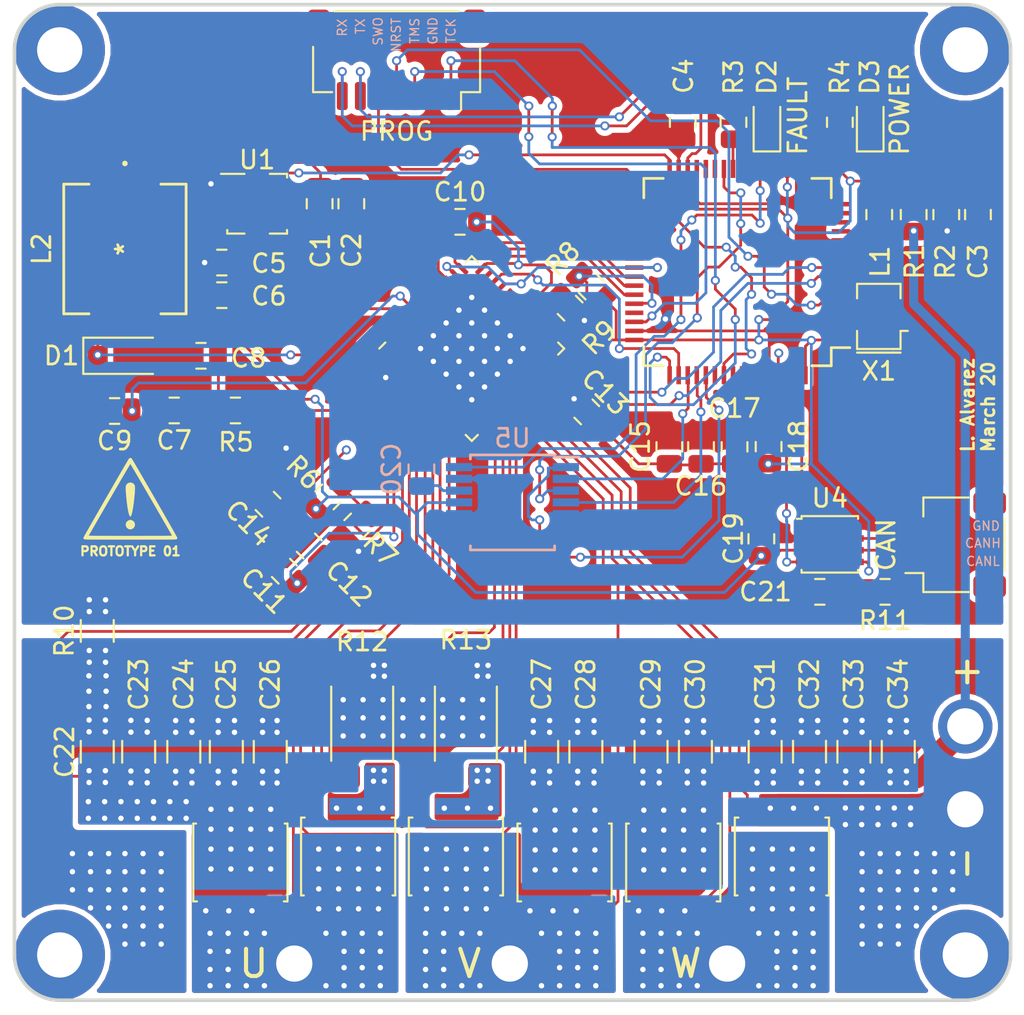
<source format=kicad_pcb>
(kicad_pcb (version 20221018) (generator pcbnew)
  (layers (0 "F.Cu" signal) (31 "B.Cu" signal) (34 "B.Paste" user) (35 "F.Paste" user) (36 "B.SilkS" user "B.Silkscreen") (37 "F.SilkS" user "F.Silkscreen") (38 "B.Mask" user) (39 "F.Mask" user) (44 "Edge.Cuts" user))
  (net 0 "")
  (net 1 "GND")
  (net 2 "+5v")
  (net 3 "Net-(C4-Pad2)")
  (net 4 "+3.3v")
  (net 5 "BAT+")
  (net 6 "DVDD")
  (net 7 "Net-(C12-Pad2)")
  (net 8 "BAT-")
  (net 9 "Net-(D2-Pad2)")
  (net 10 "Net-(D3-Pad2)")
  (net 11 "RX")
  (net 12 "TX")
  (net 13 "TCK")
  (net 14 "TMS")
  (net 15 "NRST")
  (net 16 "SWO")
  (net 17 "SHA")
  (net 18 "SHB")
  (net 19 "SHC")
  (net 20 "CANH")
  (net 21 "CANL")
  (net 22 "Net-(L1-Pad1)")
  (net 23 "GHA")
  (net 24 "GHB")
  (net 25 "GHC")
  (net 26 "GLA")
  (net 27 "Net-(Q5-Pad1)")
  (net 28 "GLB")
  (net 29 "GLC")
  (net 30 "FLAG1")
  (net 31 "nFault")
  (net 32 "SPB")
  (net 33 "SNB")
  (net 34 "Net-(U2-Pad2)")
  (net 35 "Net-(U2-Pad3)")
  (net 36 "Net-(U2-Pad4)")
  (net 37 "Net-(U2-Pad5)")
  (net 38 "Net-(U2-Pad6)")
  (net 39 "SOB")
  (net 40 "Net-(U2-Pad11)")
  (net 41 "Net-(U2-Pad15)")
  (net 42 "CAL")
  (net 43 "ENABLE")
  (net 44 "Net-(U2-Pad27)")
  (net 45 "Net-(U2-Pad28)")
  (net 46 "Net-(U2-Pad29)")
  (net 47 "Net-(U2-Pad33)")
  (net 48 "Net-(U2-Pad34)")
  (net 49 "Net-(U2-Pad35)")
  (net 50 "Net-(U2-Pad36)")
  (net 51 "INHC")
  (net 52 "INHB")
  (net 53 "INHA")
  (net 54 "Net-(U2-Pad45)")
  (net 55 "Net-(U2-Pad54)")
  (net 56 "Net-(U2-Pad56)")
  (net 57 "CAN_RX")
  (net 58 "CAN_TX")
  (net 59 "Net-(U3-Pad46)")
  (net 60 "Net-(U2-Pad57)")
  (net 61 "Net-(U2-Pad58)")
  (net 62 "Net-(U2-Pad59)")
  (net 63 "Net-(U2-Pad20)")
  (net 64 "Net-(U2-Pad21)")
  (net 65 "Net-(C9-Pad1)")
  (net 66 "Net-(C9-Pad2)")
  (net 67 "Net-(C11-Pad2)")
  (net 68 "Net-(C11-Pad1)")
  (net 69 "Net-(Q4-Pad1)")
  (net 70 "SNA")
  (net 71 "SPA")
  (net 72 "SOA")
  (net 73 "Net-(U3-Pad21)")
  (net 74 "Net-(U3-Pad23)")
  (net 75 "SBAT")
  (net 76 "Net-(U2-Pad14)")
  (net 77 "Net-(C20-Pad2)")
  (net 78 "CSn")
  (net 79 "CLK")
  (net 80 "MISO")
  (net 81 "MOSI")
  (net 82 "PWM")
  (net 83 "Net-(U2-Pad23)")
  (net 84 "Net-(U2-Pad24)")
  (net 85 "Net-(R5-Pad1)")
  (net 86 "Net-(R6-Pad2)")
  (net 87 "Net-(R9-Pad1)")
  (net 88 "Net-(U2-Pad37)")
  (net 89 "Net-(U2-Pad38)")
  (net 90 "Net-(U2-Pad39)")
  (footprint "Capacitor_SMD:C_1206_3216Metric" (layer "F.Cu") (at 35.15 41.275 90)
    (fp_text reference "C29")
    (fp_text value "10µF")
  )
  (footprint "Package_TO_SOT_SMD:LFPAK56" (layer "F.Cu") (at 18.425 47.225 -90)
    (fp_text reference "Q4")
    (fp_text value "PSMN8R3-40YS")
  )
  (footprint "Capacitor_SMD:C_1206_3216Metric" (layer "F.Cu") (at 37.6 41.275 90)
    (fp_text reference "C30")
    (fp_text value "10µF")
  )
  (footprint "Capacitor_SMD:C_1206_3216Metric" (layer "F.Cu") (at 6.858 41.275 90)
    (fp_text reference "C23")
    (fp_text value "10µF")
  )
  (footprint "SRU1048-470Y:R_Shunt_2512_6332Metric" (layer "F.Cu") (at 19.2 39.725 -90)
    (fp_text reference "R12")
    (fp_text value "0.001Ω")
  )
  (footprint "Package_TO_SOT_SMD:LFPAK56" (layer "F.Cu") (at 30.375 47.225 90)
    (fp_text reference "Q2")
    (fp_text value "PSMN8R3-40YS")
  )
  (footprint "Capacitor_SMD:C_1206_3216Metric" (layer "F.Cu") (at 11.7 41.275 90)
    (fp_text reference "C25")
    (fp_text value "10µF")
  )
  (footprint "Capacitor_SMD:C_1206_3216Metric" (layer "F.Cu") (at 9.35 41.275 90)
    (fp_text reference "C24")
    (fp_text value "10µF")
  )
  (footprint "SRU1048-470Y:R_Shunt_2512_6332Metric" (layer "F.Cu") (at 24.925 39.725 -90)
    (fp_text reference "R13")
    (fp_text value "0.001Ω")
  )
  (footprint "Capacitor_SMD:C_1206_3216Metric" (layer "F.Cu") (at 31.55 41.275 90)
    (fp_text reference "C28")
    (fp_text value "10µF")
  )
  (footprint "Package_TO_SOT_SMD:LFPAK56" (layer "F.Cu") (at 36.375 47.225 90)
    (fp_text reference "Q3")
    (fp_text value "PSMN8R3-40YS")
  )
  (footprint "Capacitor_SMD:C_1206_3216Metric" (layer "F.Cu") (at 14.125 41.275 90)
    (fp_text reference "C26")
    (fp_text value "10µF")
  )
  (footprint "Capacitor_SMD:C_1206_3216Metric" (layer "F.Cu") (at 29.11 41.275 90)
    (fp_text reference "C27")
    (fp_text value "10µF")
  )
  (footprint "Package_TO_SOT_SMD:LFPAK56" (layer "F.Cu") (at 42.375 47.225 -90)
    (fp_text reference "Q6")
    (fp_text value "PSMN8R3-40YS")
  )
  (footprint "Package_TO_SOT_SMD:LFPAK56" (layer "F.Cu") (at 12.475 47.225 90)
    (fp_text reference "Q1")
    (fp_text value "PSMN8R3-40YS")
  )
  (footprint "Package_TO_SOT_SMD:LFPAK56" (layer "F.Cu") (at 24.375 47.225 -90)
    (fp_text reference "Q5")
    (fp_text value "PSMN8R3-40YS")
  )
  (footprint "SRU1048-470Y:drillhole" (layer "F.Cu") (at 27.35 52.975)
    (fp_text reference "J3")
    (fp_text value "V")
  )
  (footprint "SRU1048-470Y:drillhole" (layer "F.Cu") (at 52.5 39.87 90)
    (fp_text reference "J5")
    (fp_text value "+")
  )
  (footprint "SRU1048-470Y:drillhole" (layer "F.Cu") (at 52.5 44.45 90)
    (fp_text reference "J6")
    (fp_text value "-")
  )
  (footprint "Connector_JST:JST_SH_SM03B-SRSS-TB_1x03-1MP_P1.00mm_Horizontal" (layer "F.Cu") (at 51.97 29.84 90)
    (fp_text reference "J7")
    (fp_text value "CAN")
  )
  (footprint "SRU1048-470Y:drillhole" (layer "F.Cu") (at 15.45 52.975)
    (fp_text reference "J2")
    (fp_text value "U")
  )
  (footprint "Diode_SMD:D_SOD-123F" (layer "F.Cu") (at 6 19.4)
    (fp_text reference "D1")
    (fp_text value "1N5819HW1-7-F")
  )
  (footprint "Capacitor_SMD:C_0805_2012Metric" (layer "F.Cu") (at 16.85 11 90)
    (fp_text reference "C1")
    (fp_text value "22µF")
  )
  (footprint "Package_DFN_QFN:Texas_S-PVQFN-N48_EP5.15x5.15mm_ThermalVias" (layer "F.Cu") (at 25.25 19 45)
    (fp_text reference "U3")
    (fp_text value "DRV8323RH")
  )
  (footprint "LED_SMD:LED_0603_1608Metric_Pad1.05x0.95mm_HandSolder" (layer "F.Cu") (at 47.25 6.45 90)
    (fp_text reference "D3")
    (fp_text value "LED_Y")
  )
  (footprint "Package_DFN_QFN:DFN-8-1EP_3x3mm_P0.65mm_EP1.55x2.4mm" (layer "F.Cu") (at 45.02 29.815)
    (fp_text reference "U4")
    (fp_text value "MCP2562-E-MF")
  )
  (footprint "SRU1048-470Y:Texas_S-PVSON-N8" (layer "F.Cu") (at 13.4 11)
    (fp_text reference "U1")
    (fp_text value "TLV1117-33")
  )
  (footprint "SRU1048-470Y:ELL6UH390M" (layer "F.Cu") (at 6.1 13.5 -90)
    (fp_text reference "L2")
    (fp_text value "39µH")
  )
  (footprint "Capacitor_SMD:C_0805_2012Metric" (layer "F.Cu") (at 18.6 11 90)
    (fp_text reference "C2")
    (fp_text value "22µF")
  )
  (footprint "Capacitor_SMD:C_0805_2012Metric" (layer "F.Cu") (at 16.276367 29.90955 -45)
    (fp_text reference "C12")
    (fp_text value "1µF")
  )
  (footprint "Capacitor_SMD:C_0805_2012Metric" (layer "F.Cu") (at 5.53 22.45 180)
    (fp_text reference "C9")
    (fp_text value "0.1µF")
  )
  (footprint "Capacitor_SMD:C_0805_2012Metric" (layer "F.Cu") (at 10.3 19.4)
    (fp_text reference "C8")
    (fp_text value "10µF")
  )
  (footprint "Resistor_SMD:R_0805_2012Metric" (layer "F.Cu") (at 18.9 28.8 -135)
    (fp_text reference "R7")
    (fp_text value "10.2kΩ")
  )
  (footprint "Resistor_SMD:R_0805_2012Metric" (layer "F.Cu") (at 17.3 27.2 45)
    (fp_text reference "R6")
    (fp_text value "57.6kΩ")
  )
  (footprint "Resistor_SMD:R_1206_3216Metric" (layer "F.Cu") (at 4.572 34.6 90)
    (fp_text reference "R10")
    (fp_text value "0Ω")
  )
  (footprint "Capacitor_SMD:C_0805_2012Metric" (layer "F.Cu") (at 44.47 32.44 180)
    (fp_text reference "C21")
    (fp_text value "0.1µF")
  )
  (footprint "Capacitor_SMD:C_0805_2012Metric" (layer "F.Cu") (at 14 27.6 -45)
    (fp_text reference "C14")
    (fp_text value "0.1µF")
  )
  (footprint "Resistor_SMD:R_0805_2012Metric" (layer "F.Cu") (at 12.2 22.42 180)
    (fp_text reference "R5")
    (fp_text value "100kΩ")
  )
  (footprint "Capacitor_SMD:C_0805_2012Metric" (layer "F.Cu") (at 41.24 29.51 -90)
    (fp_text reference "C19")
    (fp_text value "0.1µF")
  )
  (footprint "Resistor_SMD:R_0805_2012Metric" (layer "F.Cu") (at 48.07 32.44)
    (fp_text reference "R11")
    (fp_text value "120")
  )
  (footprint "Capacitor_SMD:C_0805_2012Metric" (layer "F.Cu") (at 14.9 31.3 135)
    (fp_text reference "C11")
    (fp_text value "47nF")
  )
  (footprint "Capacitor_SMD:C_0805_2012Metric" (layer "F.Cu") (at 11.45 14.25)
    (fp_text reference "C5")
    (fp_text value "0.1µF")
  )
  (footprint "Capacitor_SMD:C_0805_2012Metric" (layer "F.Cu") (at 11.45 16.05)
    (fp_text reference "C6")
    (fp_text value "10µF")
  )
  (footprint "Capacitor_SMD:C_0805_2012Metric" (layer "F.Cu") (at 8.82 22.42)
    (fp_text reference "C7")
    (fp_text value "10µF")
  )
  (footprint "Capacitor_SMD:C_1206_3216Metric" (layer "F.Cu") (at 41.45 41.275 90)
    (fp_text reference "C31")
    (fp_text value "10µF")
  )
  (footprint "Capacitor_SMD:C_1206_3216Metric" (layer "F.Cu") (at 46.35 41.275 90)
    (fp_text reference "C33")
    (fp_text value "10µF")
  )
  (footprint "Capacitor_SMD:C_1206_3216Metric" (layer "F.Cu") (at 48.8 41.275 90)
    (fp_text reference "C34")
    (fp_text value "10µF")
  )
  (footprint "Capacitor_SMD:C_1206_3216Metric" (layer "F.Cu") (at 43.9 41.27 90)
    (fp_text reference "C32")
    (fp_text value "10µF")
  )
  (footprint "SRU1048-470Y:drillhole" (layer "F.Cu") (at 39.35 52.975)
    (fp_text reference "J4")
    (fp_text value "W")
  )
  (footprint "Resistor_SMD:R_0805_2012Metric" (layer "F.Cu") (at 30.68 16.77 -45)
    (fp_text reference "R9")
    (fp_text value "47kΩ")
  )
  (footprint "Capacitor_SMD:C_0805_2012Metric" (layer "F.Cu") (at 24.6 12)
    (fp_text reference "C10")
    (fp_text value "1µF")
  )
  (footprint "Resistor_SMD:R_0805_2012Metric" (layer "F.Cu") (at 31.85 15.6 135)
    (fp_text reference "R8")
    (fp_text value "10kΩ")
  )
  (footprint "LED_SMD:LED_0603_1608Metric_Pad1.05x0.95mm_HandSolder" (layer "F.Cu") (at 41.55 6.45 90)
    (fp_text reference "D2")
    (fp_text value "LED_R")
  )
  (footprint "Crystal:Resonator_SMD_muRata_CSTxExxV-3Pin_3.0x1.1mm" (layer "F.Cu") (at 47.725 17.225 90)
    (fp_text reference "X1")
    (fp_text value "CSTNE8M00GH5C000R0")
  )
  (footprint "Package_QFP:LQFP-64_10x10mm_P0.5mm" (layer "F.Cu") (at 39.925 14.775 180)
    (fp_text reference "U2")
    (fp_text value "STM32F446RET6")
  )
  (footprint "Resistor_SMD:R_0805_2012Metric" (layer "F.Cu") (at 39.7 6.5 -90)
    (fp_text reference "R3")
    (fp_text value "470Ω")
  )
  (footprint "Capacitor_SMD:C_0805_2012Metric" (layer "F.Cu") (at 36.9 6.5 90)
    (fp_text reference "C4")
    (fp_text value "4.7µF")
  )
  (footprint "Capacitor_SMD:C_0805_2012Metric" (layer "F.Cu") (at 31.6 22.5 135)
    (fp_text reference "C13")
    (fp_text value "1µF")
  )
  (footprint "Resistor_SMD:R_0805_2012Metric" (layer "F.Cu") (at 45.575 6.5 -90)
    (fp_text reference "R4")
    (fp_text value "470Ω")
  )
  (footprint "Capacitor_SMD:C_0805_2012Metric" (layer "F.Cu") (at 41.64 24.42 90)
    (fp_text reference "C18")
    (fp_text value "0.1µF")
  )
  (footprint "Resistor_SMD:R_0805_2012Metric" (layer "F.Cu") (at 51.45 11.6 90)
    (fp_text reference "R2")
    (fp_text value "11.1kΩ")
  )
  (footprint "Inductor_SMD:L_0805_2012Metric" (layer "F.Cu") (at 47.75 11.6 90)
    (fp_text reference "L1")
    (fp_text value "600Ω")
  )
  (footprint "Capacitor_SMD:C_0805_2012Metric" (layer "F.Cu") (at 36.16 24.43 90)
    (fp_text reference "C15")
    (fp_text value "1µF")
  )
  (footprint "Capacitor_SMD:C_0805_2012Metric" (layer "F.Cu") (at 53.2 11.6 90)
    (fp_text reference "C3")
    (fp_text value "0.1µF")
  )
  (footprint "Capacitor_SMD:C_0805_2012Metric" (layer "F.Cu") (at 37.91 24.43 90)
    (fp_text reference "C16")
    (fp_text value "0.1µF")
  )
  (footprint "Resistor_SMD:R_0805_2012Metric" (layer "F.Cu") (at 49.65 11.6 90)
    (fp_text reference "R1")
    (fp_text value "100kΩ")
  )
  (footprint "SRU1048-470Y:drillhole" (layer "F.Cu") (at 2.5 52.5)
    (fp_text reference "" hide)
    (fp_text value "drillhole")
  )
  (footprint "SRU1048-470Y:drillhole" (layer "F.Cu") (at 52.5 2.5)
    (fp_text reference "" hide)
    (fp_text value "drillhole")
  )
  (footprint "SRU1048-470Y:drillhole" (layer "F.Cu") (at 52.5 52.5)
    (fp_text reference "" hide)
    (fp_text value "drillhole")
  )
  (footprint "Capacitor_SMD:C_0805_2012Metric" (layer "F.Cu") (at 39.76 24.43 90)
    (fp_text reference "C17")
    (fp_text value "0.1µF")
  )
  (footprint "SRU1048-470Y:drillhole" (layer "F.Cu") (at 2.5 2.5)
    (fp_text reference "" hide)
    (fp_text value "drillhole")
  )
  (footprint "Capacitor_SMD:C_1206_3216Metric" (layer "F.Cu") (at 4.572 41.275 90)
    (fp_text reference "C22")
    (fp_text value "10µF")
  )
  (footprint "Connector_JST:JST_SH_SM07B-SRSS-TB_1x07-1MP_P1.00mm_Horizontal" (layer "F.Cu") (at 21.1 3.05 180)
    (fp_text reference "J1")
    (fp_text value "PROG")
  )
  (footprint "NeMoD:Prototype" (layer "F.Cu") (at 6.4 27.3)
    (fp_text reference "G***" hide)
    (fp_text value "LOGO" hide)
  )
  (footprint "Capacitor_SMD:C_0805_2012Metric" (layer "B.Cu") (at 22.47 25.66 -90)
    (fp_text reference "C20")
    (fp_text value "10µF")
  )
  (footprint "Package_SO:TSSOP-14_4.4x5mm_P0.65mm" (layer "B.Cu") (at 27.5 27.5 180)
    (fp_text reference "U5")
    (fp_text value "AS5048A")
  )
  (gr_line (start 52.5 55) (end 2.5 55) (stroke (width 0.2)) (layer "Edge.Cuts"))
  (gr_line (start 55 2.5) (end 55 52.5) (stroke (width 0.2)) (layer "Edge.Cuts"))
  (gr_arc (start 0 2.5) (mid 0.732233 0.732233) (end 2.5 0) (stroke (width 0.2)) (layer "Edge.Cuts"))
  (gr_arc (start 52.5 0) (mid 54.267767 0.732233) (end 55 2.5) (stroke (width 0.2)) (layer "Edge.Cuts"))
  (gr_arc (start 2.5 55) (mid 0.732233 54.267767) (end 0 52.5) (stroke (width 0.2)) (layer "Edge.Cuts"))
  (gr_line (start 0 52.5) (end 0 2.5) (stroke (width 0.2)) (layer "Edge.Cuts"))
  (gr_arc (start 55 52.5) (mid 54.267767 54.267767) (end 52.5 55) (stroke (width 0.2)) (layer "Edge.Cuts"))
  (gr_line (start 2.5 0) (end 52.5 0) (stroke (width 0.2)) (layer "Edge.Cuts"))
  (gr_text "TX" (at 19.1 1.2 90) (layer "B.SilkS") (effects (font (size 0.5 0.5) (thickness 0.075))))
  (gr_text "SWO" (at 20.075 1.475 90) (layer "B.SilkS") (effects (font (size 0.5 0.5) (thickness 0.075))))
  (gr_text "NRST" (at 21.075 1.675 90) (layer "B.SilkS") (effects (font (size 0.5 0.5) (thickness 0.075))))
  (gr_text "TMS" (at 22.1 1.45 90) (layer "B.SilkS") (effects (font (size 0.5 0.5) (thickness 0.075))))
  (gr_text "GND" (at 23.1 1.45 90) (layer "B.SilkS") (effects (font (size 0.5 0.5) (thickness 0.075))))
  (gr_text "TCK" (at 24.1 1.45 90) (layer "B.SilkS") (effects (font (size 0.5 0.5) (thickness 0.075))))
  (gr_text "GND" (at 53.65 28.8) (layer "B.SilkS") (effects (font (size 0.5 0.5) (thickness 0.075))))
  (gr_text "CANH" (at 53.475 29.75) (layer "B.SilkS") (effects (font (size 0.5 0.5) (thickness 0.075))))
  (gr_text "CANL" (at 53.475 30.75) (layer "B.SilkS") (effects (font (size 0.5 0.5) (thickness 0.075))))
  (gr_text "RX" (at 18.1 1.275 90) (layer "B.SilkS") (effects (font (size 0.5 0.5) (thickness 0.075))))
  (gr_text "FAULT" (at 43.25 6.15 90) (layer "F.SilkS") (effects (font (size 1 1))))
  (gr_text "POWER" (at 48.875 5.775 90) (layer "F.SilkS") (effects (font (size 1 1))))
  (gr_text "PROTOTYPE 01" (at 6.4 30.2) (layer "F.SilkS") (effects (font (size 0.5 0.5) (thickness 0.125))))
  (gr_text "L. Alvarez\nMarch 20" (at 53.2 24.8 90) (layer "F.SilkS") (effects (font (size 0.7 0.7)) (justify left)))
  (segment (start 46.57 28.84) (end 45.77 28.84) (width 0.1524) (layer "F.Cu") (net 1))
  (segment (start 46.57 28.84) (end 49.97 28.84) (width 0.1524) (layer "F.Cu") (net 1))
  (segment (start 44.82 29.49) (end 44.87 29.54) (width 0.1524) (layer "F.Cu") (net 1))
  (segment (start 45.02 29.815) (end 45.02 29.99) (width 0.1524) (layer "F.Cu") (net 1))
  (segment (start 45.77 28.84) (end 45.07 29.54) (width 0.1524) (layer "F.Cu") (net 1))
  (segment (start 45.02 29.99) (end 44.77 30.24) (width 0.1524) (layer "F.Cu") (net 1))
  (segment (start 11.124264 10) (end 11.174264 10.05) (width 0.1524) (layer "F.Cu") (net 1))
  (segment (start 16.85 11.9375) (end 18.6375 11.9375) (width 0.1524) (layer "F.Cu") (net 1))
  (segment (start 10.7 10) (end 11.124264 10) (width 0.1524) (layer "F.Cu") (net 1))
  (segment (start 43.47 29.49) (end 44.82 29.49) (width 0.1524) (layer "F.Cu") (net 1))
  (segment (start 9.3625 19.4) (end 9.918737 18.843763) (width 0.1524) (layer "F.Cu") (net 1))
  (segment (start 11.174264 10.05) (end 11.8 10.05) (width 0.1524) (layer "F.Cu") (net 1))
  (segment (start 9.918737 18.843763) (end 9.918737 16.731263) (width 0.1524) (layer "F.Cu") (net 1))
  (segment (start 44.77 31.24) (end 43.57 32.44) (width 0.1524) (layer "F.Cu") (net 1))
  (segment (start 44.77 30.24) (end 44.77 31.24) (width 0.1524) (layer "F.Cu") (net 1))
  (segment (start 42.55 7.4625) (end 41.5625 7.4625) (width 0.1524) (layer "F.Cu") (net 1))
  (segment (start 43.175 9.075) (end 43.175 8.0875) (width 0.1524) (layer "F.Cu") (net 1))
  (segment (start 43.175 8.0875) (end 42.55 7.4625) (width 0.1524) (layer "F.Cu") (net 1))
  (segment (start 43.175 9.7) (end 43.175 11) (width 0.1524) (layer "F.Cu") (net 1))
  (segment (start 43.175 11) (end 37.85 11) (width 0.1524) (layer "F.Cu") (net 1))
  (segment (start 36.675 9.825) (end 36.75 9.9) (width 0.1524) (layer "F.Cu") (net 1))
  (segment (start 36.75 9.9) (end 36.85 10) (width 0.1524) (layer "F.Cu") (net 1))
  (segment (start 37.85 11) (end 36.75 9.9) (width 0.1524) (layer "F.Cu") (net 1))
  (segment (start 35.96 18.025) (end 41.7 18.025) (width 0.1524) (layer "F.Cu") (net 1))
  (segment (start 35.96 18.025) (end 34.175 18.025) (width 0.1524) (layer "F.Cu") (net 1))
  (segment (start 35.96 18.025) (end 35.94 18.005) (width 0.1524) (layer "F.Cu") (net 1))
  (segment (start 35.94 18.005) (end 35.94 17.37) (width 0.1524) (layer "F.Cu") (net 1))
  (segment (start 36.675 7.575) (end 36.85 7.4) (width 0.1524) (layer "F.Cu") (net 1))
  (segment (start 36.675 9.075) (end 36.675 7.575) (width 0.1524) (layer "F.Cu") (net 1))
  (segment (start 43.175 9.075) (end 43.175 9.7) (width 0.1524) (layer "F.Cu") (net 1))
  (segment (start 41.7 18.025) (end 42.35 18.025) (width 0.1524) (layer "F.Cu") (net 1))
  (segment (start 41.675 20.475) (end 41.675 18.05) (width 0.1524) (layer "F.Cu") (net 1))
  (segment (start 41.675 18.05) (end 41.7 18.025) (width 0.1524) (layer "F.Cu") (net 1))
  (segment (start 36.675 9.075) (end 36.675 9.825) (width 0.1524) (layer "F.Cu") (net 1))
  (segment (start 43.175 18.85) (end 43.175 20.475) (width 0.1524) (layer "F.Cu") (net 1))
  (segment (start 43.175 14.075) (end 43.175 18.85) (width 0.1524) (layer "F.Cu") (net 1))
  (segment (start 42.35 18.025) (end 43.175 18.85) (width 0.1524) (layer "F.Cu") (net 1))
  (segment (start 44.225 13.025) (end 43.175 14.075) (width 0.1524) (layer "F.Cu") (net 1))
  (segment (start 45.625 13.025) (end 44.225 13.025) (width 0.1524) (layer "F.Cu") (net 1))
  (segment (start 51.35 12.61) (end 51.41 12.55) (width 0.1524) (layer "F.Cu") (net 1))
  (segment (start 19 30.2) (end 18.4 29.6) (width 0.1524) (layer "F.Cu") (net 1))
  (segment (start 21.192975 19.875045) (end 21.192975 19.907025) (width 0.1524) (layer "F.Cu") (net 1))
  (segment (start 22.610742 16.710742) (end 23.31 17.41) (width 0.1524) (layer "F.Cu") (net 1))
  (segment (start 28.928598 17.771402) (end 28.3 18.4) (width 0.1524) (layer "F.Cu") (net 1))
  (segment (start 9.3625 19.4) (end 7.4 19.4) (width 0.1524) (layer "F.Cu") (net 1))
  (segment (start 23.6125 11.9375) (end 23.85 12.175) (width 0.1524) (layer "F.Cu") (net 1))
  (segment (start 26.125045 14.942975) (end 26.125045 14.954955) (width 0.1524) (layer "F.Cu") (net 1))
  (segment (start 31.252499 17.227501) (end 31.24 17.24) (width 0.1524) (layer "F.Cu") (net 1))
  (segment (start 42.87 29.49) (end 42.995 29.49) (width 0.1524) (layer "F.Cu") (net 1))
  (segment (start 41.17 28.59) (end 41.97 28.59) (width 0.1524) (layer "F.Cu") (net 1))
  (segment (start 21.192975 19.907025) (end 20.5 20.6) (width 0.1524) (layer "F.Cu") (net 1))
  (segment (start 53.2 12.5375) (end 53.2 12.5) (width 0.1524) (layer "F.Cu") (net 1))
  (segment (start 43.175 21.325) (end 43.3 21.45) (width 0.1524) (layer "F.Cu") (net 1))
  (segment (start 26.125045 14.954955) (end 25.35 15.73) (width 0.1524) (layer "F.Cu") (net 1))
  (segment (start 10.5125 16.05) (end 10.5125 14.16) (width 0.1524) (layer "F.Cu") (net 1))
  (segment (start 51.45 12.5375) (end 53.2 12.5375) (width 0.1524) (layer "F.Cu") (net 1))
  (segment (start 41.675 20.475) (end 41.675 23.505) (width 0.1524) (layer "F.Cu") (net 1))
  (segment (start 42.995 29.49) (end 43.47 29.49) (width 0.1524) (layer "F.Cu") (net 1))
  (segment (start 43.175 20.475) (end 43.175 21.325) (width 0.1524) (layer "F.Cu") (net 1))
  (segment (start 25.35 15.73) (end 25.35 15.74) (width 0.1524) (layer "F.Cu") (net 1))
  (segment (start 18.6 11.9375) (end 23.6125 11.9375) (width 0.1524) (layer "F.Cu") (net 1))
  (segment (start 41.97 28.59) (end 42.87 29.49) (width 0.1524) (layer "F.Cu") (net 1))
  (segment (start 9.918737 16.731263) (end 9.918737 16.681263) (width 0.1524) (layer "F.Cu") (net 1))
  (segment (start 23.31 17.41) (end 23.31 17.4) (width 0.1524) (layer "F.Cu") (net 1))
  (segment (start 9.918737 16.681263) (end 10.49 16.11) (width 0.1524) (layer "F.Cu") (net 1))
  (segment (start 22.607188 16.710742) (end 22.610742 16.710742) (width 0.1524) (layer "F.Cu") (net 1))
  (segment (start 41.675 23.505) (end 41.68 23.51) (width 0.1524) (layer "F.Cu") (net 1))
  (segment (start 31.26 17.227501) (end 31.252499 17.227501) (width 0.1524) (layer "F.Cu") (net 1))
  (via (at 10.85 9.9) (size 0.5) (drill 0.3) (layers "F.Cu" "B.Cu") (net 1))
  (via (at 10.5 14.25) (size 0.5) (drill 0.3) (layers "F.Cu" "B.Cu") (net 1))
  (via (at 4.13 32.88) (size 0.5) (drill 0.3) (layers "F.Cu" "B.Cu") (net 1))
  (via (at 4.13 33.53) (size 0.5) (drill 0.3) (layers "F.Cu" "B.Cu") (net 1))
  (via (at 5.03 33.53) (size 0.5) (drill 0.3) (layers "F.Cu" "B.Cu") (net 1))
  (via (at 5.03 32.88) (size 0.5) (drill 0.3) (layers "F.Cu" "B.Cu") (net 1))
  (via (at 35.94 17.37) (size 0.5) (drill 0.3) (layers "F.Cu" "B.Cu") (net 1))
  (via (at 51.5 12.5) (size 0.5) (drill 0.3) (layers "F.Cu" "B.Cu") (net 1))
  (via (at 15 24.5) (size 0.5) (drill 0.3) (layers "F.Cu" "B.Cu") (net 1))
  (via (at 30.9 21.775) (size 0.5) (drill 0.3) (layers "F.Cu" "B.Cu") (net 1))
  (via (at 20.5 20.6) (size 0.5) (drill 0.3) (layers "F.Cu" "B.Cu") (net 1))
  (via (at 19 30.2) (size 0.5) (drill 0.3) (layers "F.Cu" "B.Cu") (net 1))
  (via (at 31.47 17.45) (size 0.5) (drill 0.3) (layers "F.Cu" "B.Cu") (net 1))
  (segment (start 20.5 20.6) (end 22.1 19) (width 0.1524) (layer "B.Cu") (net 1))
  (segment (start 10.5 11.05) (end 10.7 10.85) (width 0.1524) (layer "B.Cu") (net 1))
  (segment (start 10.7 10.85) (end 10.7 10) (width 0.1524) (layer "B.Cu") (net 1))
  (segment (start 25.62 26.19) (end 24.59 26.19) (width 0.1524) (layer "B.Cu") (net 1))
  (segment (start 30.021509 20.891509) (end 30.94 21.81) (width 0.1524) (layer "B.Cu") (net 1))
  (segment (start 24.55 28.8) (end 25.425 28.8) (width 0.1524) (layer "B.Cu") (net 1))
  (segment (start 24.55 28.15) (end 24.55 28.82) (width 0.1524) (layer "B.Cu") (net 1))
  (segment (start 25.8 26.37) (end 25.62 26.19) (width 0.1524) (layer "B.Cu") (net 1))
  (segment (start 25.8 28.425) (end 25.8 26.37) (width 0.1524) (layer "B.Cu") (net 1))
  (segment (start 26.664214 20.414214) (end 27.141509 20.891509) (width 0.1524) (layer "B.Cu") (net 1))
  (segment (start 27.141509 20.891509) (end 30.021509 20.891509) (width 0.1524) (layer "B.Cu") (net 1))
  (segment (start 25.425 28.8) (end 25.8 28.425) (width 0.1524) (layer "B.Cu") (net 1))
  (segment (start 22.1 19) (end 22.4 19) (width 0.1524) (layer "B.Cu") (net 1))
  (segment (start 10.5 14.25) (end 10.5 11.05) (width 0.1524) (layer "B.Cu") (net 1))
  (segment (start 30.45 28.15) (end 30.45 28.82) (width 0.1524) (layer "B.Cu") (net 1))
  (segment (start 11.8 12.8625) (end 11.8 12.1) (width 0.1524) (layer "F.Cu") (net 2))
  (segment (start 11.85 10.675) (end 11.1 10.675) (width 0.1524) (layer "F.Cu") (net 2))
  (segment (start 11.1 11.325) (end 11.1 12) (width 0.1524) (layer "F.Cu") (net 2))
  (segment (start 10.1 10.675) (end 11.1 10.675) (width 0.1524) (layer "F.Cu") (net 2))
  (segment (start 11.1 12) (end 11.8 12) (width 0.1524) (layer "F.Cu") (net 2))
  (segment (start 18.6 10.0625) (end 16.8125 10.0625) (width 0.1524) (layer "F.Cu") (net 2))
  (segment (start 11.1 10.675) (end 11.1 11.325) (width 0.1524) (layer "F.Cu") (net 2))
  (segment (start 11.85 11.325) (end 11.1 11.325) (width 0.1524) (layer "F.Cu") (net 2))
  (segment (start 16.32 8.72) (end 10.73 8.72) (width 0.1524) (layer "F.Cu") (net 2))
  (segment (start 11.45 17.56) (end 11.45 14.275) (width 0.1524) (layer "F.Cu") (net 2))
  (segment (start 11.8 13.69) (end 12.39 14.28) (width 0.1524) (layer "F.Cu") (net 2))
  (segment (start 41.23 30.45) (end 41.985 30.45) (width 0.1524) (layer "F.Cu") (net 2))
  (segment (start 11.45 14.275) (end 12.375 14.275) (width 0.1524) (layer "F.Cu") (net 2))
  (segment (start 41.985 30.45) (end 42.295 30.14) (width 0.1524) (layer "F.Cu") (net 2))
  (segment (start 16.175736 21.8) (end 16.6 21.8) (width 0.1524) (layer "F.Cu") (net 2))
  (segment (start 16.9 9.95) (end 16.9 9.3) (width 0.1524) (layer "F.Cu") (net 2))
  (segment (start 11.8 12.8625) (end 11.8 13.69) (width 0.1524) (layer "F.Cu") (net 2))
  (segment (start 15.690001 21.800001) (end 11.45 17.56) (width 0.1524) (layer "F.Cu") (net 2))
  (segment (start 10.73 8.72) (end 10.1 9.35) (width 0.1524) (layer "F.Cu") (net 2))
  (segment (start 43.47 30.14) (end 42.295 30.14) (width 0.1524) (layer "F.Cu") (net 2))
  (segment (start 16.9 9.3) (end 16.32 8.72) (width 0.1524) (layer "F.Cu") (net 2))
  (segment (start 10.1 9.35) (end 10.1 10.675) (width 0.1524) (layer "F.Cu") (net 2))
  (segment (start 15.690001 21.800001) (end 16.175736 21.8) (width 0.1524) (layer "F.Cu") (net 2))
  (segment (start 10.1 10.675) (end 6.125 10.675) (width 0.1524) (layer "F.Cu") (net 2))
  (via (at 16.6 21.8) (size 0.5) (drill 0.3) (layers "F.Cu" "B.Cu") (net 2))
  (via (at 41.23 30.45) (size 0.5) (drill 0.3) (layers "F.Cu" "B.Cu") (net 2))
  (via (at 16.65 27.85) (size 0.5) (drill 0.3) (layers "F.Cu" "B.Cu") (net 2))
  (segment (start 22.2625 28.2375) (end 21.225 27.2) (width 0.1524) (layer "B.Cu") (net 2))
  (segment (start 25.475 32.475) (end 22.2625 29.2625) (width 0.1524) (layer "B.Cu") (net 2))
  (segment (start 17.3 27.2) (end 17.000001 26.900001) (width 0.1524) (layer "B.Cu") (net 2))
  (segment (start 22.79 27.51) (end 24.53 27.51) (width 0.1524) (layer "B.Cu") (net 2))
  (segment (start 22.2625 28.0375) (end 22.79 27.51) (width 0.1524) (layer "B.Cu") (net 2))
  (segment (start 21.225 27.2) (end 17.3 27.2) (width 0.1524) (layer "B.Cu") (net 2))
  (segment (start 16.65 27.85) (end 17.3 27.2) (width 0.1524) (layer "B.Cu") (net 2))
  (segment (start 17.000001 22.199999) (end 16.899999 22.099999) (width 0.1524) (layer "B.Cu") (net 2))
  (segment (start 22.2625 28.2375) (end 22.2625 28.0375) (width 0.1524) (layer "B.Cu") (net 2))
  (segment (start 17.000001 26.900001) (end 17.000001 22.199999) (width 0.1524) (layer "B.Cu") (net 2))
  (segment (start 38.715 32.475) (end 25.475 32.475) (width 0.1524) (layer "B.Cu") (net 2))
  (segment (start 39.205 32.475) (end 41.23 30.45) (width 0.1524) (layer "B.Cu") (net 2))
  (segment (start 22.2625 29.2625) (end 22.2625 28.2375) (width 0.1524) (layer "B.Cu") (net 2))
  (segment (start 38.715 32.475) (end 39.205 32.475) (width 0.1524) (layer "B.Cu") (net 2))
  (segment (start 16.899999 22.099999) (end 16.6 21.8) (width 0.1524) (layer "B.Cu") (net 2))
  (segment (start 37.62 8.23) (end 37.9 7.95) (width 0.1524) (layer "F.Cu") (net 3))
  (segment (start 37.62 8.23) (end 37.42 8.23) (width 0.1524) (layer "F.Cu") (net 3))
  (segment (start 37.42 8.23) (end 37.175 8.475) (width 0.1524) (layer "F.Cu") (net 3))
  (segment (start 37.65 5.6) (end 36.95 5.6) (width 0.1524) (layer "F.Cu") (net 3))
  (segment (start 37.9 7.95) (end 37.9 5.85) (width 0.1524) (layer "F.Cu") (net 3))
  (segment (start 37.175 9.075) (end 37.175 8.475) (width 0.1524) (layer "F.Cu") (net 3))
  (segment (start 37.9 5.85) (end 37.65 5.6) (width 0.1524) (layer "F.Cu") (net 3))
  (segment (start 13.4 11.325) (end 13.4 11.3) (width 0.1524) (layer "F.Cu") (net 4))
  (segment (start 14.95 11.975) (end 15.7 11.975) (width 0.1524) (layer "F.Cu") (net 4))
  (segment (start 15.7 10.675) (end 15.7 11.3) (width 0.1524) (layer "F.Cu") (net 4))
  (segment (start 14.95 11.325) (end 13.4 11.325) (width 0.1524) (layer "F.Cu") (net 4))
  (segment (start 15.7 11.3) (end 15 11.3) (width 0.1524) (layer "F.Cu") (net 4))
  (segment (start 14.95 10.675) (end 15.7 10.675) (width 0.1524) (layer "F.Cu") (net 4))
  (segment (start 42.7 11.8) (end 42.2 11.3) (width 0.1524) (layer "F.Cu") (net 4))
  (segment (start 42.2 11.3) (end 37.575 11.3) (width 0.1524) (layer "F.Cu") (net 4))
  (segment (start 37.575 11.3) (end 36.175 9.9) (width 0.1524) (layer "F.Cu") (net 4))
  (segment (start 42.675 9.075) (end 42.675 10.075) (width 0.1524) (layer "F.Cu") (net 4))
  (segment (start 42.7 12.85) (end 42.7 11.8) (width 0.1524) (layer "F.Cu") (net 4))
  (segment (start 38.46 18.525) (end 34.175 18.525) (width 0.1524) (layer "F.Cu") (net 4))
  (segment (start 36.175 9.075) (end 36.175 9.9) (width 0.1524) (layer "F.Cu") (net 4))
  (segment (start 42.7 16.4) (end 42.7 12.85) (width 0.1524) (layer "F.Cu") (net 4))
  (segment (start 41.7 17.4) (end 42.7 16.4) (width 0.1524) (layer "F.Cu") (net 4))
  (segment (start 41.1 17.4) (end 41.7 17.4) (width 0.1524) (layer "F.Cu") (net 4))
  (segment (start 38.46 18.525) (end 41.1 18.525) (width 0.1524) (layer "F.Cu") (net 4))
  (segment (start 45.625 18.525) (end 44.025 18.525) (width 0.1524) (layer "F.Cu") (net 4))
  (segment (start 44.025 18.525) (end 44 18.55) (width 0.1524) (layer "F.Cu") (net 4))
  (segment (start 43.675 20.475) (end 43.675 18.875) (width 0.1524) (layer "F.Cu") (net 4))
  (segment (start 43.675 18.875) (end 44 18.55) (width 0.1524) (layer "F.Cu") (net 4))
  (segment (start 47.35 9.75) (end 47.7 10.1) (width 0.1524) (layer "F.Cu") (net 4))
  (segment (start 47.7 10.1) (end 47.7 10.7) (width 0.1524) (layer "F.Cu") (net 4))
  (segment (start 35.91 25.43) (end 36.11 25.43) (width 0.1524) (layer "F.Cu") (net 4))
  (segment (start 39.76 25.3675) (end 41.5725 25.3675) (width 0.1524) (layer "F.Cu") (net 4))
  (segment (start 37.9475 25.3675) (end 37.91 25.33) (width 0.1524) (layer "F.Cu") (net 4))
  (segment (start 47.1 9.75) (end 47.35 9.75) (width 0.1524) (layer "F.Cu") (net 4))
  (segment (start 39.76 25.3675) (end 37.9475 25.3675) (width 0.1524) (layer "F.Cu") (net 4))
  (segment (start 36.11 25.43) (end 37.91 25.43) (width 0.1524) (layer "F.Cu") (net 4))
  (segment (start 46.15 9.75) (end 47.1 9.75) (width 0.1524) (layer "F.Cu") (net 4))
  (segment (start 36.16 25.48) (end 36.21 25.43) (width 0.1524) (layer "F.Cu") (net 4))
  (segment (start 47.17 30.915) (end 47.045 30.79) (width 0.1524) (layer "F.Cu") (net 4))
  (segment (start 47.17 31.29) (end 47.17 30.99) (width 0.1524) (layer "F.Cu") (net 4))
  (segment (start 29.34 18.11) (end 29.8 17.65) (width 0.1524) (layer "F.Cu") (net 4))
  (segment (start 36.16 25.3675) (end 34.4675 25.3675) (width 0.1524) (layer "F.Cu") (net 4))
  (segment (start 32.5 16.4) (end 32.6 16.3) (width 0.1524) (layer "F.Cu") (net 4))
  (segment (start 46.295 32.215) (end 46.07 32.44) (width 0.1524) (layer "F.Cu") (net 4))
  (segment (start 34.4675 25.3675) (end 34.44 25.34) (width 0.1524) (layer "F.Cu") (net 4))
  (segment (start 46.295 31.39) (end 46.295 32.215) (width 0.1524) (layer "F.Cu") (net 4))
  (segment (start 32.262913 23.162913) (end 34.44 25.34) (width 0.1524) (layer "F.Cu") (net 4))
  (segment (start 13.4 10.625) (end 14.725 9.3) (width 0.1524) (layer "F.Cu") (net 4))
  (segment (start 33.225 18.525) (end 34.225 18.525) (width 0.1524) (layer "F.Cu") (net 4))
  (segment (start 13.4 11) (end 13.4 10.625) (width 0.1524) (layer "F.Cu") (net 4))
  (segment (start 36.2 8.6) (end 36.2 9.1) (width 0.1524) (layer "F.Cu") (net 4))
  (segment (start 46.07 32.44) (end 45.4075 32.44) (width 0.1524) (layer "F.Cu") (net 4))
  (segment (start 47.045 30.79) (end 46.57 30.79) (width 0.1524) (layer "F.Cu") (net 4))
  (segment (start 15.7 15.4) (end 15.7 11.95) (width 0.1524) (layer "F.Cu") (net 4))
  (segment (start 15.7 11.95) (end 15.7 11.975) (width 0.1524) (layer "F.Cu") (net 4))
  (segment (start 47.17 30.99) (end 47.17 30.915) (width 0.1524) (layer "F.Cu") (net 4))
  (segment (start 35.9 8.3) (end 36.2 8.6) (width 0.1524) (layer "F.Cu") (net 4))
  (segment (start 32.505 18.525) (end 33.225 18.525) (width 0.1524) (layer "F.Cu") (net 4))
  (segment (start 25.1 8.3) (end 35.9 8.3) (width 0.1524) (layer "F.Cu") (net 4))
  (segment (start 29.8 17.65) (end 30.163567 17.65) (width 0.1524) (layer "F.Cu") (net 4))
  (segment (start 46.57 31.115) (end 46.295 31.39) (width 0.1524) (layer "F.Cu") (net 4))
  (segment (start 33.225 18.525) (end 33.225 16.925) (width 0.1524) (layer "F.Cu") (net 4))
  (segment (start 45.575 9.175) (end 46.15 9.75) (width 0.1524) (layer "F.Cu") (net 4))
  (segment (start 12.3875 16.05) (end 15.05 16.05) (width 0.1524) (layer "F.Cu") (net 4))
  (segment (start 30.163567 17.65) (end 31.038567 18.525) (width 0.1524) (layer "F.Cu") (net 4))
  (segment (start 15.7 11.3) (end 15.7 11.95) (width 0.1524) (layer "F.Cu") (net 4))
  (segment (start 46.57 30.79) (end 46.57 31.115) (width 0.1524) (layer "F.Cu") (net 4))
  (segment (start 29.32 18.11) (end 29.34 18.11) (width 0.1524) (layer "F.Cu") (net 4))
  (segment (start 45.575 7.4375) (end 45.575 9.175) (width 0.1524) (layer "F.Cu") (net 4))
  (segment (start 14.725 9.3) (end 15.7 9.3) (width 0.1524) (layer "F.Cu") (net 4))
  (segment (start 31.038567 18.525) (end 32.505 18.525) (width 0.1524) (layer "F.Cu") (net 4))
  (segment (start 15.05 16.05) (end 15.7 15.4) (width 0.1524) (layer "F.Cu") (net 4))
  (segment (start 33.225 16.925) (end 32.5 16.2) (width 0.1524) (layer "F.Cu") (net 4))
  (via (at 47.17 31.29) (size 0.5) (drill 0.3) (layers "F.Cu" "B.Cu") (net 4))
  (via (at 42.675 10.075) (size 0.5) (drill 0.3) (layers "F.Cu" "B.Cu") (net 4))
  (via (at 42.7 11.8) (size 0.5) (drill 0.3) (layers "F.Cu" "B.Cu") (net 4))
  (via (at 46.15 9.75) (size 0.5) (drill 0.3) (layers "F.Cu" "B.Cu") (net 4))
  (via (at 41.1 17.4) (size 0.5) (drill 0.3) (layers "F.Cu" "B.Cu") (net 4))
  (via (at 41.1 18.525) (size 0.5) (drill 0.3) (layers "F.Cu" "B.Cu") (net 4))
  (via (at 44 18.55) (size 0.5) (drill 0.3) (layers "F.Cu" "B.Cu") (net 4))
  (via (at 15.7 9.3) (size 0.5) (drill 0.3) (layers "F.Cu" "B.Cu") (net 4))
  (via (at 41.624264 25.374264) (size 0.5) (drill 0.3) (layers "F.Cu" "B.Cu") (net 4))
  (via (at 25.1 8.3) (size 0.5) (drill 0.3) (layers "F.Cu" "B.Cu") (net 4))
  (segment (start 43.075736 12.6) (end 44.7 12.6) (width 0.1524) (layer "B.Cu") (net 4))
  (segment (start 46.15 11.95) (end 45.5 12.6) (width 0.1524) (layer "B.Cu") (net 4))
  (segment (start 45.5 12.6) (end 44.7 12.6) (width 0.1524) (layer "B.Cu") (net 4))
  (segment (start 46.15 9.75) (end 46.15 11.95) (width 0.1524) (layer "B.Cu") (net 4))
  (segment (start 42.7 11.8) (end 42.7 12.224264) (width 0.1524) (layer "B.Cu") (net 4))
  (segment (start 42.7 12.224264) (end 43.075736 12.6) (width 0.1524) (layer "B.Cu") (net 4))
  (segment (start 42.675 10.075) (end 42.675 11.775) (width 0.1524) (layer "B.Cu") (net 4))
  (segment (start 42.675 11.775) (end 42.7 11.8) (width 0.1524) (layer "B.Cu") (net 4))
  (segment (start 41.1 18.525) (end 41.1 17.4) (width 0.1524) (layer "B.Cu") (net 4))
  (segment (start 41.1 18.525) (end 43.975 18.525) (width 0.1524) (layer "B.Cu") (net 4))
  (segment (start 43.975 18.525) (end 44 18.55) (width 0.1524) (layer "B.Cu") (net 4))
  (segment (start 47.17 28.544264) (end 47.17 31.29) (width 0.1524) (layer "B.Cu") (net 4))
  (segment (start 24.746447 8.3) (end 24.5 8.3) (width 0.1524) (layer "B.Cu") (net 4))
  (segment (start 15.7 9.3) (end 23.525 9.3) (width 0.1524) (layer "B.Cu") (net 4))
  (segment (start 44 25.374264) (end 47.17 28.544264) (width 0.1524) (layer "B.Cu") (net 4))
  (segment (start 44 18.55) (end 44 25.374264) (width 0.1524) (layer "B.Cu") (net 4))
  (segment (start 25.1 8.3) (end 24.746447 8.3) (width 0.1524) (layer "B.Cu") (net 4))
  (segment (start 44 25.374264) (end 41.624264 25.374264) (width 0.1524) (layer "B.Cu") (net 4))
  (segment (start 23.525 9.3) (end 24.5 8.3) (width 0.1524) (layer "B.Cu") (net 4))
  (segment (start 36.375 45.04) (end 36.4 45.015) (width 0.1524) (layer "F.Cu") (net 5))
  (segment (start 15.613454 29.246637) (end 14.666817 28.3) (width 0.1524) (layer "F.Cu") (net 5))
  (segment (start 12.775 29.325) (end 12.775 30.9) (width 0.1524) (layer "F.Cu") (net 5))
  (segment (start 50.8 41.656) (end 49.784 42.672) (width 1.25) (layer "F.Cu") (net 5))
  (segment (start 17.15 32.75) (end 19.45 32.75) (width 0.1524) (layer "F.Cu") (net 5))
  (segment (start 23.1 20.8) (end 23 20.9) (width 0.1524) (layer "F.Cu") (net 5))
  (segment (start 23 20.9) (end 22.6 21.3) (width 0.1524) (layer "F.Cu") (net 5))
  (segment (start 22.45 22.15) (end 22.9 21.7) (width 0.1524) (layer "F.Cu") (net 5))
  (segment (start 11.2625 22.42) (end 11.2625 27.8125) (width 0.1524) (layer "F.Cu") (net 5))
  (segment (start 50.8 41.656) (end 52.578 39.878) (width 1.25) (layer "F.Cu") (net 5))
  (segment (start 47.135 42.675) (end 46.35 42.675) (width 1.25) (layer "F.Cu") (net 5))
  (segment (start 22.607188 21.292812) (end 22.1 21.8) (width 0.1524) (layer "F.Cu") (net 5))
  (segment (start 22.1 21.8) (end 22.27 21.97) (width 0.1524) (layer "F.Cu") (net 5))
  (segment (start 9.755 22.42) (end 9.75 22.425) (width 0.1524) (layer "F.Cu") (net 5))
  (segment (start 36.375 46.79) (end 36.375 45.04) (width 0.1524) (layer "F.Cu") (net 5))
  (segment (start 44.675 42.675) (end 44.67 42.67) (width 0.1524) (layer "F.Cu") (net 5))
  (segment (start 12.4 44.965) (end 12.4 44.1) (width 0.1524) (layer "F.Cu") (net 5))
  (segment (start 19.45 32.75) (end 21.8 30.4) (width 0.1524) (layer "F.Cu") (net 5))
  (segment (start 15.275 34.625) (end 16.625 33.275) (width 0.1524) (layer "F.Cu") (net 5))
  (segment (start 14.662913 28.262913) (end 18.325826 24.6) (width 0.1524) (layer "F.Cu") (net 5))
  (segment (start 13.675 29.3) (end 14.65 28.325) (width 0.1524) (layer "F.Cu") (net 5))
  (segment (start 2.975 34.625) (end 15.275 34.625) (width 0.1524) (layer "F.Cu") (net 5))
  (segment (start 21.46 18.39) (end 21.46 19.16) (width 0.1524) (layer "F.Cu") (net 5))
  (segment (start 41.455 42.67) (end 41.45 42.675) (width 0.1524) (layer "F.Cu") (net 5))
  (segment (start 11.2625 27.8125) (end 12.7 29.25) (width 0.1524) (layer "F.Cu") (net 5))
  (segment (start 3 42.63) (end 2.37 42) (width 0.1524) (layer "F.Cu") (net 5))
  (segment (start 12.475 46.79) (end 12.475 45.04) (width 0.1524) (layer "F.Cu") (net 5))
  (segment (start 11.2625 22.42) (end 11.2625 19.3625) (width 0.1524) (layer "F.Cu") (net 5))
  (segment (start 4.1 42.63) (end 3 42.63) (width 0.1524) (layer "F.Cu") (net 5))
  (segment (start 12.7 29.25) (end 12.75 29.3) (width 0.1524) (layer "F.Cu") (net 5))
  (segment (start 12.475 45.04) (end 12.4 44.965) (width 0.1524) (layer "F.Cu") (net 5))
  (segment (start 21.8 30.4) (end 21.8 22.44) (width 0.1524) (layer "F.Cu") (net 5))
  (segment (start 16.625 33.275) (end 17.15 32.75) (width 0.1524) (layer "F.Cu") (net 5))
  (segment (start 49.784 42.672) (end 48.768 42.672) (width 1.25) (layer "F.Cu") (net 5))
  (segment (start 22.27 21.97) (end 22.45 22.15) (width 0.1524) (layer "F.Cu") (net 5))
  (segment (start 12.75 29.3) (end 13.675 29.3) (width 0.1524) (layer "F.Cu") (net 5))
  (segment (start 52.3 38.9) (end 53.1 39.7) (width 0.1524) (layer "F.Cu") (net 5))
  (segment (start 16.6 33.3) (end 16.625 33.275) (width 0.1524) (layer "F.Cu") (net 5))
  (segment (start 30.375 44.59) (end 30.375 46.775) (width 0.1524) (layer "F.Cu") (net 5))
  (segment (start 12.75 29.3) (end 12.775 29.325) (width 0.1524) (layer "F.Cu") (net 5))
  (segment (start 44.67 42.67) (end 43.9 42.67) (width 1.25) (layer "F.Cu") (net 5))
  (segment (start 2.37 42) (end 2.37 35.23) (width 0.1524) (layer "F.Cu") (net 5))
  (segment (start 15.175 33.3) (end 12.775 30.9) (width 0.1524) (layer "F.Cu") (net 5))
  (segment (start 48.8 42.675) (end 47.135 42.675) (width 1.25) (layer "F.Cu") (net 5))
  (segment (start 21.8 22.44) (end 22.27 21.97) (width 0.1524) (layer "F.Cu") (net 5))
  (segment (start 21.46 19.16) (end 23.1 20.8) (width 0.1524) (layer "F.Cu") (net 5))
  (segment (start 2.37 35.23) (end 2.975 34.625) (width 0.1524) (layer "F.Cu") (net 5))
  (segment (start 43.9 42.67) (end 41.455 42.67) (width 1.25) (layer "F.Cu") (net 5))
  (segment (start 15.175 33.3) (end 16.6 33.3) (width 0.1524) (layer "F.Cu") (net 5))
  (segment (start 21.194955 18.124955) (end 21.46 18.39) (width 0.1524) (layer "F.Cu") (net 5))
  (segment (start 11.2625 22.42) (end 9.755 22.42) (width 0.1524) (layer "F.Cu") (net 5))
  (segment (start 46.35 42.675) (end 44.675 42.675) (width 1.25) (layer "F.Cu") (net 5))
  (segment (start 22.607188 21.289258) (end 22.607188 21.292812) (width 0.1524) (layer "F.Cu") (net 5))
  (segment (start 21.192975 18.124955) (end 21.194955 18.124955) (width 0.1524) (layer "F.Cu") (net 5))
  (via (at 41.9 42.35) (size 0.5) (drill 0.3) (layers "F.Cu" "B.Cu") (net 5))
  (via (at 37.15 42.35) (size 0.5) (drill 0.3) (layers "F.Cu" "B.Cu") (net 5))
  (via (at 34.7 42.35) (size 0.5) (drill 0.3) (layers "F.Cu" "B.Cu") (net 5))
  (via (at 37.15 43) (size 0.5) (drill 0.3) (layers "F.Cu" "B.Cu") (net 5))
  (via (at 34.7 43) (size 0.5) (drill 0.3) (layers "F.Cu" "B.Cu") (net 5))
  (via (at 31.1 43) (size 0.5) (drill 0.3) (layers "F.Cu" "B.Cu") (net 5))
  (via (at 28.65 43) (size 0.5) (drill 0.3) (layers "F.Cu" "B.Cu") (net 5))
  (via (at 28.65 42.35) (size 0.5) (drill 0.3) (layers "F.Cu" "B.Cu") (net 5))
  (via (at 29.55 43) (size 0.5) (drill 0.3) (layers "F.Cu" "B.Cu") (net 5))
  (via (at 29.55 42.35) (size 0.5) (drill 0.3) (layers "F.Cu" "B.Cu") (net 5))
  (via (at 31.1 42.35) (size 0.5) (drill 0.3) (layers "F.Cu" "B.Cu") (net 5))
  (via (at 11.25 43) (size 0.5) (drill 0.3) (layers "F.Cu" "B.Cu") (net 5))
  (via (at 12.15 43) (size 0.5) (drill 0.3) (layers "F.Cu" "B.Cu") (net 5))
  (via (at 11.25 42.35) (size 0.5) (drill 0.3) (layers "F.Cu" "B.Cu") (net 5))
  (via (at 12.15 42.35) (size 0.5) (drill 0.3) (layers "F.Cu" "B.Cu") (net 5))
  (via (at 14.5 42.35) (size 0.5) (drill 0.3) (layers "F.Cu" "B.Cu") (net 5))
  (via (at 13.7 43) (size 0.5) (drill 0.3) (layers "F.Cu" "B.Cu") (net 5))
  (via (at 14.5 43) (size 0.5) (drill 0.3) (layers "F.Cu" "B.Cu") (net 5))
  (via (at 13.7 42.35) (size 0.5) (drill 0.3) (layers "F.Cu" "B.Cu") (net 5))
  (via (at 9.8 42.35) (size 0.5) (drill 0.3) (layers "F.Cu" "B.Cu") (net 5))
  (via (at 8.9 42.35) (size 0.5) (drill 0.3) (layers "F.Cu" "B.Cu") (net 5))
  (via (at 9.8 43) (size 0.5) (drill 0.3) (layers "F.Cu" "B.Cu") (net 5))
  (via (at 8.9 43) (size 0.5) (drill 0.3) (layers "F.Cu" "B.Cu") (net 5))
  (via (at 11.95 45.55) (size 0.5) (drill 0.3) (layers "F.Cu" "B.Cu") (net 5))
  (via (at 13.05 45.55) (size 0.5) (drill 0.3) (layers "F.Cu" "B.Cu") (net 5))
  (via (at 10.85 46.65) (size 0.5) (drill 0.3) (layers "F.Cu" "B.Cu") (net 5))
  (via (at 11.95 46.65) (size 0.5) (drill 0.3) (layers "F.Cu" "B.Cu") (net 5))
  (via (at 13.05 46.65) (size 0.5) (drill 0.3) (layers "F.Cu" "B.Cu") (net 5))
  (via (at 10.85 47.75) (size 0.5) (drill 0.3) (layers "F.Cu" "B.Cu") (net 5))
  (via (at 11.95 47.75) (size 0.5) (drill 0.3) (layers "F.Cu" "B.Cu") (net 5))
  (via (at 13.05 47.75) (size 0.5) (drill 0.3) (layers "F.Cu" "B.Cu") (net 5))
  (via (at 35.6 42.35) (size 0.5) (drill 0.3) (layers "F.Cu" "B.Cu") (net 5))
  (via (at 35.6 43) (size 0.5) (drill 0.3) (layers "F.Cu" "B.Cu") (net 5))
  (via (at 38.05 43) (size 0.5) (drill 0.3) (layers "F.Cu" "B.Cu") (net 5))
  (via (at 32 43) (size 0.5) (drill 0.3) (layers "F.Cu" "B.Cu") (net 5))
  (via (at 38.05 42.35) (size 0.5) (drill 0.3) (layers "F.Cu" "B.Cu") (net 5))
  (via (at 32 42.35) (size 0.5) (drill 0.3) (layers "F.Cu" "B.Cu") (net 5))
  (via (at 6.43 42.99) (size 0.5) (drill 0.3) (layers "F.Cu" "B.Cu") (net 5))
  (via (at 7.33 42.34) (size 0.5) (drill 0.3) (layers "F.Cu" "B.Cu") (net 5))
  (via (at 7.33 42.99) (size 0.5) (drill 0.3) (layers "F.Cu" "B.Cu") (net 5))
  (via (at 6.43 42.34) (size 0.5) (drill 0.3) (layers "F.Cu" "B.Cu") (net 5))
  (via (at 45.9 42.99) (size 0.5) (drill 0.3) (layers "F.Cu" "B.Cu") (net 5))
  (via (at 45.9 42.34) (size 0.5) (drill 0.3) (layers "F.Cu" "B.Cu") (net 5))
  (via (at 46.8 42.34) (size 0.5) (drill 0.3) (layers "F.Cu" "B.Cu") (net 5))
  (via (at 46.8 42.99) (size 0.5) (drill 0.3) (layers "F.Cu" "B.Cu") (net 5))
  (via (at 49.25 42.99) (size 0.5) (drill 0.3) (layers "F.Cu" "B.Cu") (net 5))
  (via (at 48.35 42.99) (size 0.5) (drill 0.3) (layers "F.Cu" "B.Cu") (net 5))
  (via (at 48.35 42.34) (size 0.5) (drill 0.3) (layers "F.Cu" "B.Cu") (net 5))
  (via (at 49.25 42.34) (size 0.5) (drill 0.3) (layers "F.Cu" "B.Cu") (net 5))
  (via (at 10.85 44.45) (size 0.5) (drill 0.3) (layers "F.Cu" "B.Cu") (net 5))
  (via (at 11.95 44.45) (size 0.5) (drill 0.3) (layers "F.Cu" "B.Cu") (net 5))
  (via (at 4.98 44.03) (size 0.5) (drill 0.3) (layers "F.Cu" "B.Cu") (net 5))
  (via (at 5.88 44.03) (size 0.5) (drill 0.3) (layers "F.Cu" "B.Cu") (net 5))
  (via (at 6.78 44.03) (size 0.5) (drill 0.3) (layers "F.Cu" "B.Cu") (net 5))
  (via (at 7.68 44.03) (size 0.5) (drill 0.3) (layers "F.Cu" "B.Cu") (net 5))
  (via (at 8.58 44.03) (size 0.5) (drill 0.3) (layers "F.Cu" "B.Cu") (net 5))
  (via (at 9.48 44.03) (size 0.5) (drill 0.3) (layers "F.Cu" "B.Cu") (net 5))
  (via (at 4.08 44.95) (size 0.5) (drill 0.3) (layers "F.Cu" "B.Cu") (net 5))
  (via (at 4.98 44.95) (size 0.5) (drill 0.3) (layers "F.Cu" "B.Cu") (net 5))
  (via (at 5.88 44.95) (size 0.5) (drill 0.3) (layers "F.Cu" "B.Cu") (net 5))
  (via (at 6.78 44.95) (size 0.5) (drill 0.3) (layers "F.Cu" "B.Cu") (net 5))
  (via (at 7.68 44.95) (size 0.5) (drill 0.3) (layers "F.Cu" "B.Cu") (net 5))
  (via (at 8.58 44.95) (size 0.5) (drill 0.3) (layers "F.Cu" "B.Cu") (net 5))
  (via (at 9.48 44.95) (size 0.5) (drill 0.3) (layers "F.Cu" "B.Cu") (net 5))
  (via (at 14.15 45.55) (size 0.5) (drill 0.3) (layers "F.Cu" "B.Cu") (net 5))
  (via (at 14.15 46.65) (size 0.5) (drill 0.3) (layers "F.Cu" "B.Cu") (net 5))
  (via (at 14.15 47.75) (size 0.5) (drill 0.3) (layers "F.Cu" "B.Cu") (net 5))
  (via (at 14.15 44.45) (size 0.5) (drill 0.3) (layers "F.Cu" "B.Cu") (net 5))
  (via (at 13.05 44.45) (size 0.5) (drill 0.3) (layers "F.Cu" "B.Cu") (net 5))
  (via (at 29.85 47.8) (size 0.5) (drill 0.3) (layers "F.Cu" "B.Cu") (net 5))
  (via (at 32.05 47.8) (size 0.5) (drill 0.3) (layers "F.Cu" "B.Cu") (net 5))
  (via (at 28.75 44.5) (size 0.5) (drill 0.3) (layers "F.Cu" "B.Cu") (net 5))
  (via (at 30.95 46.7) (size 0.5) (drill 0.3) (layers "F.Cu" "B.Cu") (net 5))
  (via (at 32.05 45.6) (size 0.5) (drill 0.3) (layers "F.Cu" "B.Cu") (net 5))
  (via (at 30.95 44.5) (size 0.5) (drill 0.3) (layers "F.Cu" "B.Cu") (net 5))
  (via (at 32.05 46.7) (size 0.5) (drill 0.3) (layers "F.Cu" "B.Cu") (net 5))
  (via (at 28.75 46.7) (size 0.5) (drill 0.3) (layers "F.Cu" "B.Cu") (net 5))
  (via (at 28.75 45.6) (size 0.5) (drill 0.3) (layers "F.Cu" "B.Cu") (net 5))
  (via (at 29.85 46.7) (size 0.5) (drill 0.3) (layers "F.Cu" "B.Cu") (net 5))
  (via (at 30.95 47.8) (size 0.5) (drill 0.3) (layers "F.Cu" "B.Cu") (net 5))
  (via (at 28.75 47.8) (size 0.5) (drill 0.3) (layers "F.Cu" "B.Cu") (net 5))
  (via (at 30.95 45.6) (size 0.5) (drill 0.3) (layers "F.Cu" "B.Cu") (net 5))
  (via (at 32.05 44.5) (size 0.5) (drill 0.3) (layers "F.Cu" "B.Cu") (net 5))
  (via (at 29.85 45.6) (size 0.5) (drill 0.3) (layers "F.Cu" "B.Cu") (net 5))
  (via (at 29.85 44.5) (size 0.5) (drill 0.3) (layers "F.Cu" "B.Cu") (net 5))
  (via (at 36.95 46.7) (size 0.5) (drill 0.3) (layers "F.Cu" "B.Cu") (net 5))
  (via (at 38.05 44.5) (size 0.5) (drill 0.3) (layers "F.Cu" "B.Cu") (net 5))
  (via (at 34.75 44.5) (size 0.5) (drill 0.3) (layers "F.Cu" "B.Cu") (net 5))
  (via (at 35.85 47.8) (size 0.5) (drill 0.3) (layers "F.Cu" "B.Cu") (net 5))
  (via (at 38.05 46.7) (size 0.5) (drill 0.3) (layers "F.Cu" "B.Cu") (net 5))
  (via (at 34.75 45.6) (size 0.5) (drill 0.3) (layers "F.Cu" "B.Cu") (net 5))
  (via (at 36.95 45.6) (size 0.5) (drill 0.3) (layers "F.Cu" "B.Cu") (net 5))
  (via (at 34.75 47.8) (size 0.5) (drill 0.3) (layers "F.Cu" "B.Cu") (net 5))
  (via (at 35.85 45.6) (size 0.5) (drill 0.3) (layers "F.Cu" "B.Cu") (net 5))
  (via (at 35.85 44.5) (size 0.5) (drill 0.3) (layers "F.Cu" "B.Cu") (net 5))
  (via (at 35.85 46.7) (size 0.5) (drill 0.3) (layers "F.Cu" "B.Cu") (net 5))
  (via (at 34.75 46.7) (size 0.5) (drill 0.3) (layers "F.Cu" "B.Cu") (net 5))
  (via (at 38.05 47.8) (size 0.5) (drill 0.3) (layers "F.Cu" "B.Cu") (net 5))
  (via (at 38.05 45.6) (size 0.5) (drill 0.3) (layers "F.Cu" "B.Cu") (net 5))
  (via (at 36.95 44.5) (size 0.5) (drill 0.3) (layers "F.Cu" "B.Cu") (net 5))
  (via (at 36.95 47.8) (size 0.5) (drill 0.3) (layers "F.Cu" "B.Cu") (net 5))
  (via (at 4.12 42.97) (size 0.5) (drill 0.3) (layers "F.Cu" "B.Cu") (net 5))
  (via (at 5.02 42.97) (size 0.5) (drill 0.3) (layers "F.Cu" "B.Cu") (net 5))
  (via (at 4.12 42.32) (size 0.5) (drill 0.3) (layers "F.Cu" "B.Cu") (net 5))
  (via (at 5.02 42.32) (size 0.5) (drill 0.3) (layers "F.Cu" "B.Cu") (net 5))
  (via (at 49.65 12.5) (size 0.5) (drill 0.3) (layers "F.Cu" "B.Cu") (net 5))
  (via (at 4.08 44.03) (size 0.5) (drill 0.3) (layers "F.Cu" "B.Cu") (net 5))
  (via (at 10.85 45.55) (size 0.5) (drill 0.3) (layers "F.Cu" "B.Cu") (net 5))
  (via (at 44.35 42.35) (size 0.5) (drill 0.3) (layers "F.Cu" "B.Cu") (net 5))
  (via (at 44.35 43) (size 0.5) (drill 0.3) (layers "F.Cu" "B.Cu") (net 5))
  (via (at 43.45 42.35) (size 0.5) (drill 0.3) (layers "F.Cu" "B.Cu") (net 5))
  (via (at 43.45 43) (size 0.5) (drill 0.3) (layers "F.Cu" "B.Cu") (net 5))
  (via (at 18.325826 24.6) (size 0.5) (drill 0.3) (layers "F.Cu" "B.Cu") (net 5))
  (via (at 41 42.35) (size 0.5) (drill 0.3) (layers "F.Cu" "B.Cu") (net 5))
  (via (at 41.9 43) (size 0.5) (drill 0.3) (layers "F.Cu" "B.Cu") (net 5))
  (via (at 41 43) (size 0.5) (drill 0.3) (layers "F.Cu" "B.Cu") (net 5))
  (segment (start 29.05 42.3) (end 29.15 42.4) (width 0.1524) (layer "B.Cu") (net 5))
  (segment (start 52.5 39.87) (end 52.5 25.9) (width 0.5) (layer "B.Cu") (net 5))
  (segment (start 52.5 19.375) (end 52 18.875) (width 0.5) (layer "B.Cu") (net 5))
  (segment (start 52.5 19.5) (end 52.5 19.375) (width 0.1524) (layer "B.Cu") (net 5))
  (segment (start 49.8 16.675) (end 49.65 16.525) (width 0.5) (layer "B.Cu") (net 5))
  (segment (start 52 18.875) (end 51.8 18.675) (width 0.5) (layer "B.Cu") (net 5))
  (segment (start 51.8 18.675) (end 51.250001 18.125001) (width 0.5) (layer "B.Cu") (net 5))
  (segment (start 51.250001 18.125001) (end 49.8 16.675) (width 0.5) (layer "B.Cu") (net 5))
  (segment (start 49.65 14.1) (end 49.65 12.5) (width 0.5) (layer "B.Cu") (net 5))
  (segment (start 49.65 16.525) (end 49.65 14.1) (width 0.5) (layer "B.Cu") (net 5))
  (segment (start 52.5 25.9) (end 52.5 19.375) (width 0.5) (layer "B.Cu") (net 5))
  (segment (start 27.185705 16.014295) (end 26.74 16.46) (width 0.1524) (layer "F.Cu") (net 6))
  (segment (start 28.254264 14.375) (end 27.83 14.375) (width 0.1524) (layer "F.Cu") (net 6))
  (segment (start 27.83 14.3) (end 27.83 14.375) (width 0.1524) (layer "F.Cu") (net 6))
  (segment (start 28.259264 14.38) (end 28.254264 14.375) (width 0.1524) (layer "F.Cu") (net 6))
  (segment (start 28.62 15.97) (end 29.04 15.97) (width 0.1524) (layer "F.Cu") (net 6))
  (segment (start 27.185705 16.003635) (end 27.185705 16.014295) (width 0.1524) (layer "F.Cu") (net 6))
  (segment (start 27.09 16.81) (end 27.44 17.16) (width 0.1524) (layer "F.Cu") (net 6))
  (segment (start 25.771491 14.589421) (end 25.790579 14.589421) (width 0.1524) (layer "F.Cu") (net 6))
  (segment (start 27.892812 16.710742) (end 27.892812 16.697188) (width 0.1524) (layer "F.Cu") (net 6))
  (segment (start 26.74 16.46) (end 27.09 16.81) (width 0.1524) (layer "F.Cu") (net 6))
  (segment (start 26.08 14.3) (end 27.83 14.3) (width 0.1524) (layer "F.Cu") (net 6))
  (segment (start 27.1 16.81) (end 27.51 16.4) (width 0.1524) (layer "F.Cu") (net 6))
  (segment (start 27.5 17.1) (end 27.9 16.7) (width 0.1524) (layer "F.Cu") (net 6))
  (segment (start 29.23 14.38) (end 28.259264 14.38) (width 0.1524) (layer "F.Cu") (net 6))
  (segment (start 27.44 17.16) (end 27.5 17.1) (width 0.1524) (layer "F.Cu") (net 6))
  (segment (start 27.539258 16.357188) (end 27.539258 16.360742) (width 0.1524) (layer "F.Cu") (net 6))
  (segment (start 29.04 15.97) (end 29.65 15.36) (width 0.1524) (layer "F.Cu") (net 6))
  (segment (start 29.65 15.36) (end 29.65 14.8) (width 0.1524) (layer "F.Cu") (net 6))
  (segment (start 27.09 16.81) (end 27.1 16.81) (width 0.1524) (layer "F.Cu") (net 6))
  (segment (start 25.790579 14.589421) (end 26.08 14.3) (width 0.1524) (layer "F.Cu") (net 6))
  (segment (start 29.65 14.8) (end 29.23 14.38) (width 0.1524) (layer "F.Cu") (net 6))
  (segment (start 27.892812 16.697188) (end 28.62 15.97) (width 0.1524) (layer "F.Cu") (net 6))
  (via (at 25.52 12.01) (size 0.5) (drill 0.3) (layers "F.Cu" "B.Cu") (net 6))
  (via (at 27.83 14.375) (size 0.5) (drill 0.3) (layers "F.Cu" "B.Cu") (net 6))
  (segment (start 27.83 14.375) (end 27.83 13.44) (width 0.1524) (layer "B.Cu") (net 6))
  (segment (start 27.83 13.44) (end 26.4 12.01) (width 0.1524) (layer "B.Cu") (net 6))
  (segment (start 26.4 12.01) (end 25.52 12.01) (width 0.1524) (layer "B.Cu") (net 6))
  (segment (start 21.425001 21.774999) (end 21.425001 29.674999) (width 0.1524) (layer "F.Cu") (net 7))
  (segment (start 21.425001 29.674999) (end 19.7 31.4) (width 0.1524) (layer "F.Cu") (net 7))
  (segment (start 19.7 31.4) (end 17.766817 31.4) (width 0.1524) (layer "F.Cu") (net 7))
  (segment (start 22.1 21.1) (end 21.425001 21.774999) (width 0.1524) (layer "F.Cu") (net 7))
  (segment (start 17.766817 31.4) (end 16.93928 30.572463) (width 0.1524) (layer "F.Cu") (net 7))
  (via (at 41.9 40.2) (size 0.5) (drill 0.3) (layers "F.Cu" "B.Cu") (net 8))
  (via (at 41.9 39.55) (size 0.5) (drill 0.3) (layers "F.Cu" "B.Cu") (net 8))
  (via (at 43.45 39.55) (size 0.5) (drill 0.3) (layers "F.Cu" "B.Cu") (net 8))
  (via (at 44.35 40.2) (size 0.5) (drill 0.3) (layers "F.Cu" "B.Cu") (net 8))
  (via (at 41 39.55) (size 0.5) (drill 0.3) (layers "F.Cu" "B.Cu") (net 8))
  (via (at 44.35 39.55) (size 0.5) (drill 0.3) (layers "F.Cu" "B.Cu") (net 8))
  (via (at 43.45 40.2) (size 0.5) (drill 0.3) (layers "F.Cu" "B.Cu") (net 8))
  (via (at 41 40.2) (size 0.5) (drill 0.3) (layers "F.Cu" "B.Cu") (net 8))
  (via (at 34.7 40.2) (size 0.5) (drill 0.3) (layers "F.Cu" "B.Cu") (net 8))
  (via (at 34.7 39.55) (size 0.5) (drill 0.3) (layers "F.Cu" "B.Cu") (net 8))
  (via (at 37.15 39.55) (size 0.5) (drill 0.3) (layers "F.Cu" "B.Cu") (net 8))
  (via (at 37.15 40.2) (size 0.5) (drill 0.3) (layers "F.Cu" "B.Cu") (net 8))
  (via (at 29.55 39.55) (size 0.5) (drill 0.3) (layers "F.Cu" "B.Cu") (net 8))
  (via (at 31.1 40.2) (size 0.5) (drill 0.3) (layers "F.Cu" "B.Cu") (net 8))
  (via (at 28.65 39.55) (size 0.5) (drill 0.3) (layers "F.Cu" "B.Cu") (net 8))
  (via (at 31.1 39.55) (size 0.5) (drill 0.3) (layers "F.Cu" "B.Cu") (net 8))
  (via (at 28.65 40.2) (size 0.5) (drill 0.3) (layers "F.Cu" "B.Cu") (net 8))
  (via (at 29.55 40.2) (size 0.5) (drill 0.3) (layers "F.Cu" "B.Cu") (net 8))
  (via (at 11.25 40.2) (size 0.5) (drill 0.3) (layers "F.Cu" "B.Cu") (net 8))
  (via (at 12.15 40.2) (size 0.5) (drill 0.3) (layers "F.Cu" "B.Cu") (net 8))
  (via (at 12.15 39.55) (size 0.5) (drill 0.3) (layers "F.Cu" "B.Cu") (net 8))
  (via (at 11.25 39.55) (size 0.5) (drill 0.3) (layers "F.Cu" "B.Cu") (net 8))
  (via (at 13.7 40.2) (size 0.5) (drill 0.3) (layers "F.Cu" "B.Cu") (net 8))
  (via (at 14.5 39.55) (size 0.5) (drill 0.3) (layers "F.Cu" "B.Cu") (net 8))
  (via (at 14.5 40.2) (size 0.5) (drill 0.3) (layers "F.Cu" "B.Cu") (net 8))
  (via (at 13.7 39.55) (size 0.5) (drill 0.3) (layers "F.Cu" "B.Cu") (net 8))
  (via (at 8.9 39.55) (size 0.5) (drill 0.3) (layers "F.Cu" "B.Cu") (net 8))
  (via (at 9.8 39.55) (size 0.5) (drill 0.3) (layers "F.Cu" "B.Cu") (net 8))
  (via (at 9.8 40.2) (size 0.5) (drill 0.3) (layers "F.Cu" "B.Cu") (net 8))
  (via (at 8.9 40.2) (size 0.5) (drill 0.3) (layers "F.Cu" "B.Cu") (net 8))
  (via (at 5.2 47.9) (size 0.5) (drill 0.3) (layers "F.Cu" "B.Cu") (net 8))
  (via (at 6.1 48.9) (size 0.5) (drill 0.3) (layers "F.Cu" "B.Cu") (net 8))
  (via (at 6.1 50.9) (size 0.5) (drill 0.3) (layers "F.Cu" "B.Cu") (net 8))
  (via (at 8.1 50.9) (size 0.5) (drill 0.3) (layers "F.Cu" "B.Cu") (net 8))
  (via (at 3.2 46.9) (size 0.5) (drill 0.3) (layers "F.Cu" "B.Cu") (net 8))
  (via (at 3.2 47.9) (size 0.5) (drill 0.3) (layers "F.Cu" "B.Cu") (net 8))
  (via (at 5.2 46.9) (size 0.5) (drill 0.3) (layers "F.Cu" "B.Cu") (net 8))
  (via (at 4.2 48.9) (size 0.5) (drill 0.3) (layers "F.Cu" "B.Cu") (net 8))
  (via (at 3.2 48.9) (size 0.5) (drill 0.3) (layers "F.Cu" "B.Cu") (net 8))
  (via (at 4.2 47.9) (size 0.5) (drill 0.3) (layers "F.Cu" "B.Cu") (net 8))
  (via (at 7.1 49.9) (size 0.5) (drill 0.3) (layers "F.Cu" "B.Cu") (net 8))
  (via (at 8.1 51.9) (size 0.5) (drill 0.3) (layers "F.Cu" "B.Cu") (net 8))
  (via (at 5.2 49.9) (size 0.5) (drill 0.3) (layers "F.Cu" "B.Cu") (net 8))
  (via (at 8.1 49.9) (size 0.5) (drill 0.3) (layers "F.Cu" "B.Cu") (net 8))
  (via (at 5.2 48.9) (size 0.5) (drill 0.3) (layers "F.Cu" "B.Cu") (net 8))
  (via (at 6.1 49.9) (size 0.5) (drill 0.3) (layers "F.Cu" "B.Cu") (net 8))
  (via (at 7.1 51.9) (size 0.5) (drill 0.3) (layers "F.Cu" "B.Cu") (net 8))
  (via (at 7.1 50.9) (size 0.5) (drill 0.3) (layers "F.Cu" "B.Cu") (net 8))
  (via (at 6.1 51.9) (size 0.5) (drill 0.3) (layers "F.Cu" "B.Cu") (net 8))
  (via (at 4.2 46.9) (size 0.5) (drill 0.3) (layers "F.Cu" "B.Cu") (net 8))
  (via (at 46.804831 51.896586) (size 0.5) (drill 0.3) (layers "F.Cu" "B.Cu") (net 8))
  (via (at 47.804831 50.896586) (size 0.5) (drill 0.3) (layers "F.Cu" "B.Cu") (net 8))
  (via (at 47.804831 51.896586) (size 0.5) (drill 0.3) (layers "F.Cu" "B.Cu") (net 8))
  (via (at 46.804831 49.896586) (size 0.5) (drill 0.3) (layers "F.Cu" "B.Cu") (net 8))
  (via (at 48.804831 49.896586) (size 0.5) (drill 0.3) (layers "F.Cu" "B.Cu") (net 8))
  (via (at 49.8 49.896586) (size 0.5) (drill 0.3) (layers "F.Cu" "B.Cu") (net 8))
  (via (at 48.804831 51.896586) (size 0.5) (drill 0.3) (layers "F.Cu" "B.Cu") (net 8))
  (via (at 47.804831 49.896586) (size 0.5) (drill 0.3) (layers "F.Cu" "B.Cu") (net 8))
  (via (at 48.804831 50.896586) (size 0.5) (drill 0.3) (layers "F.Cu" "B.Cu") (net 8))
  (via (at 46.804831 50.896586) (size 0.5) (drill 0.3) (layers "F.Cu" "B.Cu") (net 8))
  (via (at 32 40.2) (size 0.5) (drill 0.3) (layers "F.Cu" "B.Cu") (net 8))
  (via (at 35.6 40.2) (size 0.5) (drill 0.3) (layers "F.Cu" "B.Cu") (net 8))
  (via (at 38.05 40.2) (size 0.5) (drill 0.3) (layers "F.Cu" "B.Cu") (net 8))
  (via (at 38.05 39.55) (size 0.5) (drill 0.3) (layers "F.Cu" "B.Cu") (net 8))
  (via (at 35.6 39.55) (size 0.5) (drill 0.3) (layers "F.Cu" "B.Cu") (net 8))
  (via (at 32 39.55) (size 0.5) (drill 0.3) (layers "F.Cu" "B.Cu") (net 8))
  (via (at 20.425 36.5) (size 0.5) (drill 0.3) (layers "F.Cu" "B.Cu") (net 8))
  (via (at 25.55 36.5) (size 0.5) (drill 0.3) (layers "F.Cu" "B.Cu") (net 8))
  (via (at 19.825 37.1) (size 0.5) (drill 0.3) (layers "F.Cu" "B.Cu") (net 8))
  (via (at 26.15 36.5) (size 0.5) (drill 0.3) (layers "F.Cu" "B.Cu") (net 8))
  (via (at 20.425 37.1) (size 0.5) (drill 0.3) (layers "F.Cu" "B.Cu") (net 8))
  (via (at 25.55 37.1) (size 0.5) (drill 0.3) (layers "F.Cu" "B.Cu") (net 8))
  (via (at 26.15 37.1) (size 0.5) (drill 0.3) (layers "F.Cu" "B.Cu") (net 8))
  (via (at 19.825 36.5) (size 0.5) (drill 0.3) (layers "F.Cu" "B.Cu") (net 8))
  (via (at 6.1 47.9) (size 0.5) (drill 0.3) (layers "F.Cu" "B.Cu") (net 8))
  (via (at 7.1 48.9) (size 0.5) (drill 0.3) (layers "F.Cu" "B.Cu") (net 8))
  (via (at 48.8 47.9) (size 0.5) (drill 0.3) (layers "F.Cu" "B.Cu") (net 8))
  (via (at 47.8 48.9) (size 0.5) (drill 0.3) (layers "F.Cu" "B.Cu") (net 8))
  (via (at 51.804831 47.896586) (size 0.5) (drill 0.3) (layers "F.Cu" "B.Cu") (net 8))
  (via (at 49.804831 46.896586) (size 0.5) (drill 0.3) (layers "F.Cu" "B.Cu") (net 8))
  (via (at 49.804831 47.896586) (size 0.5) (drill 0.3) (layers "F.Cu" "B.Cu") (net 8))
  (via (at 51.804831 46.896586) (size 0.5) (drill 0.3) (layers "F.Cu" "B.Cu") (net 8))
  (via (at 50.804831 48.896586) (size 0.5) (drill 0.3) (layers "F.Cu" "B.Cu") (net 8))
  (via (at 49.804831 48.896586) (size 0.5) (drill 0.3) (layers "F.Cu" "B.Cu") (net 8))
  (via (at 50.804831 47.896586) (size 0.5) (drill 0.3) (layers "F.Cu" "B.Cu") (net 8))
  (via (at 51.804831 48.896586) (size 0.5) (drill 0.3) (layers "F.Cu" "B.Cu") (net 8))
  (via (at 50.804831 46.896586) (size 0.5) (drill 0.3) (layers "F.Cu" "B.Cu") (net 8))
  (via (at 48.8 48.9) (size 0.5) (drill 0.3) (layers "F.Cu" "B.Cu") (net 8))
  (via (at 7.33 39.54) (size 0.5) (drill 0.3) (layers "F.Cu" "B.Cu") (net 8))
  (via (at 6.43 40.19) (size 0.5) (drill 0.3) (layers "F.Cu" "B.Cu") (net 8))
  (via (at 7.33 40.19) (size 0.5) (drill 0.3) (layers "F.Cu" "B.Cu") (net 8))
  (via (at 6.43 39.54) (size 0.5) (drill 0.3) (layers "F.Cu" "B.Cu") (net 8))
  (via (at 46.8 40.19) (size 0.5) (drill 0.3) (layers "F.Cu" "B.Cu") (net 8))
  (via (at 46.8 39.54) (size 0.5) (drill 0.3) (layers "F.Cu" "B.Cu") (net 8))
  (via (at 48.35 39.54) (size 0.5) (drill 0.3) (layers "F.Cu" "B.Cu") (net 8))
  (via (at 49.25 40.19) (size 0.5) (drill 0.3) (layers "F.Cu" "B.Cu") (net 8))
  (via (at 45.9 39.54) (size 0.5) (drill 0.3) (layers "F.Cu" "B.Cu") (net 8))
  (via (at 49.25 39.54) (size 0.5) (drill 0.3) (layers "F.Cu" "B.Cu") (net 8))
  (via (at 48.35 40.19) (size 0.5) (drill 0.3) (layers "F.Cu" "B.Cu") (net 8))
  (via (at 45.9 40.19) (size 0.5) (drill 0.3) (layers "F.Cu" "B.Cu") (net 8))
  (via (at 5.03 35.68) (size 0.5) (drill 0.3) (layers "F.Cu" "B.Cu") (net 8))
  (via (at 4.13 35.68) (size 0.5) (drill 0.3) (layers "F.Cu" "B.Cu") (net 8))
  (via (at 5.03 36.33) (size 0.5) (drill 0.3) (layers "F.Cu" "B.Cu") (net 8))
  (via (at 4.13 36.33) (size 0.5) (drill 0.3) (layers "F.Cu" "B.Cu") (net 8))
  (via (at 41.735 44.39) (size 0.5) (drill 0.3) (layers "F.Cu" "B.Cu") (net 8))
  (via (at 43.015 44.39) (size 0.5) (drill 0.3) (layers "F.Cu" "B.Cu") (net 8))
  (via (at 44.285 44.39) (size 0.5) (drill 0.3) (layers "F.Cu" "B.Cu") (net 8))
  (via (at 18.15 38.4) (size 0.5) (drill 0.3) (layers "F.Cu" "B.Cu") (net 8))
  (via (at 8.1 48.9) (size 0.5) (drill 0.3) (layers "F.Cu" "B.Cu") (net 8))
  (via (at 8.1 47.9) (size 0.5) (drill 0.3) (layers "F.Cu" "B.Cu") (net 8))
  (via (at 8.1 46.9) (size 0.5) (drill 0.3) (layers "F.Cu" "B.Cu") (net 8))
  (via (at 7.1 46.9) (size 0.5) (drill 0.3) (layers "F.Cu" "B.Cu") (net 8))
  (via (at 7.1 47.9) (size 0.5) (drill 0.3) (layers "F.Cu" "B.Cu") (net 8))
  (via (at 6.1 46.9) (size 0.5) (drill 0.3) (layers "F.Cu" "B.Cu") (net 8))
  (via (at 48.8 46.9) (size 0.5) (drill 0.3) (layers "F.Cu" "B.Cu") (net 8))
  (via (at 47.8 46.9) (size 0.5) (drill 0.3) (layers "F.Cu" "B.Cu") (net 8))
  (via (at 47.8 47.9) (size 0.5) (drill 0.3) (layers "F.Cu" "B.Cu") (net 8))
  (via (at 46.8 47.9) (size 0.5) (drill 0.3) (layers "F.Cu" "B.Cu") (net 8))
  (via (at 46.8 46.9) (size 0.5) (drill 0.3) (layers "F.Cu" "B.Cu") (net 8))
  (via (at 46.8 48.9) (size 0.5) (drill 0.3) (layers "F.Cu" "B.Cu") (net 8))
  (via (at 19.25 38.4) (size 0.5) (drill 0.3) (layers "F.Cu" "B.Cu") (net 8))
  (via (at 20.35 38.4) (size 0.5) (drill 0.3) (layers "F.Cu" "B.Cu") (net 8))
  (via (at 21.45 38.4) (size 0.5) (drill 0.3) (layers "F.Cu" "B.Cu") (net 8))
  (via (at 22.55 38.4) (size 0.5) (drill 0.3) (layers "F.Cu" "B.Cu") (net 8))
  (via (at 23.65 38.4) (size 0.5) (drill 0.3) (layers "F.Cu" "B.Cu") (net 8))
  (via (at 24.75 38.4) (size 0.5) (drill 0.3) (layers "F.Cu" "B.Cu") (net 8))
  (via (at 25.85 38.4) (size 0.5) (drill 0.3) (layers "F.Cu" "B.Cu") (net 8))
  (via (at 18.15 39.4) (size 0.5) (drill 0.3) (layers "F.Cu" "B.Cu") (net 8))
  (via (at 19.25 39.4) (size 0.5) (drill 0.3) (layers "F.Cu" "B.Cu") (net 8))
  (via (at 20.35 39.4) (size 0.5) (drill 0.3) (layers "F.Cu" "B.Cu") (net 8))
  (via (at 21.45 39.4) (size 0.5) (drill 0.3) (layers "F.Cu" "B.Cu") (net 8))
  (via (at 22.55 39.4) (size 0.5) (drill 0.3) (layers "F.Cu" "B.Cu") (net 8))
  (via (at 23.65 39.4) (size 0.5) (drill 0.3) (layers "F.Cu" "B.Cu") (net 8))
  (via (at 24.75 39.4) (size 0.5) (drill 0.3) (layers "F.Cu" "B.Cu") (net 8))
  (via (at 25.85 39.4) (size 0.5) (drill 0.3) (layers "F.Cu" "B.Cu") (net 8))
  (via (at 18.15 40.4) (size 0.5) (drill 0.3) (layers "F.Cu" "B.Cu") (net 8))
  (via (at 19.25 40.4) (size 0.5) (drill 0.3) (layers "F.Cu" "B.Cu") (net 8))
  (via (at 20.35 40.4) (size 0.5) (drill 0.3) (layers "F.Cu" "B.Cu") (net 8))
  (via (at 21.45 40.4) (size 0.5) (drill 0.3) (layers "F.Cu" "B.Cu") (net 8))
  (via (at 22.55 40.4) (size 0.5) (drill 0.3) (layers "F.Cu" "B.Cu") (net 8))
  (via (at 23.65 40.4) (size 0.5) (drill 0.3) (layers "F.Cu" "B.Cu") (net 8))
  (via (at 24.75 40.4) (size 0.5) (drill 0.3) (layers "F.Cu" "B.Cu") (net 8))
  (via (at 25.85 40.4) (size 0.5) (drill 0.3) (layers "F.Cu" "B.Cu") (net 8))
  (via (at 4.11 37.08) (size 0.5) (drill 0.3) (layers "F.Cu" "B.Cu") (net 8))
  (via (at 4.12 40.17) (size 0.5) (drill 0.3) (layers "F.Cu" "B.Cu") (net 8))
  (via (at 5.02 40.17) (size 0.5) (drill 0.3) (layers "F.Cu" "B.Cu") (net 8))
  (via (at 5.02 39.52) (size 0.5) (drill 0.3) (layers "F.Cu" "B.Cu") (net 8))
  (via (at 4.12 39.52) (size 0.5) (drill 0.3) (layers "F.Cu" "B.Cu") (net 8))
  (via (at 5.06 37.08) (size 0.5) (drill 0.3) (layers "F.Cu" "B.Cu") (net 8))
  (via (at 4.11 37.93) (size 0.5) (drill 0.3) (layers "F.Cu" "B.Cu") (net 8))
  (via (at 5.06 37.93) (size 0.5) (drill 0.3) (layers "F.Cu" "B.Cu") (net 8))
  (via (at 4.11 38.78) (size 0.5) (drill 0.3) (layers "F.Cu" "B.Cu") (net 8))
  (via (at 5.06 38.78) (size 0.5) (drill 0.3) (layers "F.Cu" "B.Cu") (net 8))
  (via (at 4.2 49.9) (size 0.5) (drill 0.3) (layers "F.Cu" "B.Cu") (net 8))
  (via (at 5.2 50.9) (size 0.5) (drill 0.3) (layers "F.Cu" "B.Cu") (net 8))
  (via (at 49.8 50.896586) (size 0.5) (drill 0.3) (layers "F.Cu" "B.Cu") (net 8))
  (via (at 50.8 49.9) (size 0.5) (drill 0.3) (layers "F.Cu" "B.Cu") (net 8))
  (via (at 45.88 44.38) (size 0.5) (drill 0.3) (layers "F.Cu" "B.Cu") (net 8))
  (via (at 46.78 44.38) (size 0.5) (drill 0.3) (layers "F.Cu" "B.Cu") (net 8))
  (via (at 47.68 44.38) (size 0.5) (drill 0.3) (layers "F.Cu" "B.Cu") (net 8))
  (via (at 48.58 44.38) (size 0.5) (drill 0.3) (layers "F.Cu" "B.Cu") (net 8))
  (via (at 49.48 44.38) (size 0.5) (drill 0.3) (layers "F.Cu" "B.Cu") (net 8))
  (via (at 45.88 45.3) (size 0.5) (drill 0.3) (layers "F.Cu" "B.Cu") (net 8))
  (via (at 46.78 45.3) (size 0.5) (drill 0.3) (layers "F.Cu" "B.Cu") (net 8))
  (via (at 47.68 45.3) (size 0.5) (drill 0.3) (layers "F.Cu" "B.Cu") (net 8))
  (via (at 48.58 45.3) (size 0.5) (drill 0.3) (layers "F.Cu" "B.Cu") (net 8))
  (via (at 49.48 45.3) (size 0.5) (drill 0.3) (layers "F.Cu" "B.Cu") (net 8))
  (segment (start 41.2625 5.5625) (end 41.3 5.6) (width 0.1524) (layer "F.Cu") (net 9))
  (segment (start 39.7 5.5625) (end 41.2625 5.5625) (width 0.1524) (layer "F.Cu") (net 9))
  (segment (start 45.575 5.5625) (end 47.2125 5.5625) (width 0.1524) (layer "F.Cu") (net 10))
  (segment (start 47.2125 5.5625) (end 47.225 5.575) (width 0.1524) (layer "F.Cu") (net 10))
  (segment (start 32.6 6.7) (end 33.8 6.7) (width 0.1524) (layer "F.Cu") (net 11))
  (segment (start 42.40002 4.75) (end 43.7 6.04998) (width 0.1524) (layer "F.Cu") (net 11))
  (segment (start 18.1 3.7) (end 18.1 5.05) (width 0.1524) (layer "F.Cu") (net 11))
  (segment (start 43.7 6.04998) (end 43.7 8.9) (width 0.1524) (layer "F.Cu") (net 11))
  (segment (start 35.75 4.75) (end 42.40002 4.75) (width 0.1524) (layer "F.Cu") (net 11))
  (segment (start 33.8 6.7) (end 35.75 4.75) (width 0.1524) (layer "F.Cu") (net 11))
  (via (at 18.1 3.7) (size 0.5) (drill 0.3) (layers "F.Cu" "B.Cu") (net 11))
  (via (at 32.6 6.7) (size 0.5) (drill 0.3) (layers "F.Cu" "B.Cu") (net 11))
  (segment (start 18.1 3.7) (end 18.1 6.15) (width 0.1524) (layer "B.Cu") (net 11))
  (segment (start 18.1 6.15) (end 18.65 6.7) (width 0.1524) (layer "B.Cu") (net 11))
  (segment (start 18.65 6.7) (end 32.6 6.7) (width 0.1524) (layer "B.Cu") (net 11))
  (segment (start 44.5 6.3) (end 44.5 10.8) (width 0.1524) (layer "F.Cu") (net 12))
  (segment (start 44.7 11) (end 45.6 11) (width 0.1524) (layer "F.Cu") (net 12))
  (segment (start 35.2 4.4) (end 42.6 4.4) (width 0.1524) (layer "F.Cu") (net 12))
  (segment (start 19.1 3.7) (end 19.1 5.05) (width 0.1524) (layer "F.Cu") (net 12))
  (segment (start 42.6 4.4) (end 44.5 6.3) (width 0.1524) (layer "F.Cu") (net 12))
  (segment (start 33.4 6.2) (end 35.2 4.4) (width 0.1524) (layer "F.Cu") (net 12))
  (segment (start 44.5 10.8) (end 44.7 11) (width 0.1524) (layer "F.Cu") (net 12))
  (via (at 33.4 6.2) (size 0.5) (drill 0.3) (layers "F.Cu" "B.Cu") (net 12))
  (via (at 19.1 3.7) (size 0.5) (drill 0.3) (layers "F.Cu" "B.Cu") (net 12))
  (segment (start 33.4 6.2) (end 19.5 6.2) (width 0.1524) (layer "B.Cu") (net 12))
  (segment (start 19.1 3.7) (end 19.1 4.85) (width 0.1524) (layer "B.Cu") (net 12))
  (segment (start 19.1 4.8) (end 19.1 4.85) (width 0.1524) (layer "B.Cu") (net 12))
  (segment (start 19.5 6.2) (end 19.1 5.8) (width 0.1524) (layer "B.Cu") (net 12))
  (segment (start 19.1 5.8) (end 19.1 4.85) (width 0.1524) (layer "B.Cu") (net 12))
  (segment (start 29.7 7.4) (end 29.7 7.349999) (width 0.1524) (layer "F.Cu") (net 13))
  (segment (start 38.7 15.72) (end 39.8 16.82) (width 0.1524) (layer "F.Cu") (net 13))
  (segment (start 39.8 16.82) (end 39.8 17.4) (width 0.1524) (layer "F.Cu") (net 13))
  (segment (start 24.1 3.1) (end 24.1 5.05) (width 0.1524) (layer "F.Cu") (net 13))
  (segment (start 35.975 19.475) (end 35.5 19.475) (width 0.1524) (layer "F.Cu") (net 13))
  (segment (start 36.175 20.475) (end 36.175 19.675) (width 0.1524) (layer "F.Cu") (net 13))
  (segment (start 38.7 15.24) (end 38.7 15.72) (width 0.1524) (layer "F.Cu") (net 13))
  (segment (start 29.69 5.61) (end 29.7 5.6) (width 0.1524) (layer "F.Cu") (net 13))
  (segment (start 36.175 19.675) (end 35.975 19.475) (width 0.1524) (layer "F.Cu") (net 13))
  (segment (start 29.69 7.31) (end 29.69 5.61) (width 0.1524) (layer "F.Cu") (net 13))
  (via (at 38.7 15.24) (size 0.5) (drill 0.3) (layers "F.Cu" "B.Cu") (net 13))
  (via (at 39.8 17.4) (size 0.5) (drill 0.3) (layers "F.Cu" "B.Cu") (net 13))
  (via (at 29.69 7.31) (size 0.5) (drill 0.3) (layers "F.Cu" "B.Cu") (net 13))
  (via (at 35.5 19.475) (size 0.5) (drill 0.3) (layers "F.Cu" "B.Cu") (net 13))
  (via (at 24.1 3.1) (size 0.5) (drill 0.3) (layers "F.Cu" "B.Cu") (net 13))
  (via (at 29.7 5.6) (size 0.5) (drill 0.3) (layers "F.Cu" "B.Cu") (net 13))
  (segment (start 39.8 17.4) (end 39.8 19.8) (width 0.1524) (layer "B.Cu") (net 13))
  (segment (start 38.39 7.89) (end 38.7 8.2) (width 0.1524) (layer "B.Cu") (net 13))
  (segment (start 27.3 3.1) (end 24.1 3.1) (width 0.1524) (layer "B.Cu") (net 13))
  (segment (start 29.69 7.89) (end 29.69 7.31) (width 0.1524) (layer "B.Cu") (net 13))
  (segment (start 35.5 19.4) (end 35.5 19.475) (width 0.1524) (layer "B.Cu") (net 13))
  (segment (start 35.5 22.1) (end 35.1 21.7) (width 0.1524) (layer "B.Cu") (net 13))
  (segment (start 27.624264 3.1) (end 27.3 3.1) (width 0.1524) (layer "B.Cu") (net 13))
  (segment (start 37.5 22.1) (end 35.5 22.1) (width 0.1524) (layer "B.Cu") (net 13))
  (segment (start 35.1 19.8) (end 35.5 19.4) (width 0.1524) (layer "B.Cu") (net 13))
  (segment (start 29.7 5.6) (end 29.7 5.175736) (width 0.1524) (layer "B.Cu") (net 13))
  (segment (start 35.1 21.7) (end 35.1 19.8) (width 0.1524) (layer "B.Cu") (net 13))
  (segment (start 38.7 15.24) (end 38.7 8.2) (width 0.1524) (layer "B.Cu") (net 13))
  (segment (start 29.7 5.175736) (end 27.624264 3.1) (width 0.1524) (layer "B.Cu") (net 13))
  (segment (start 39.8 19.8) (end 37.5 22.1) (width 0.1524) (layer "B.Cu") (net 13))
  (segment (start 29.69 7.89) (end 38.39 7.89) (width 0.1524) (layer "B.Cu") (net 13))
  (segment (start 34.875 17.525) (end 35.2 17.2) (width 0.1524) (layer "F.Cu") (net 14))
  (segment (start 34.225 17.525) (end 34.875 17.525) (width 0.1524) (layer "F.Cu") (net 14))
  (segment (start 28.4 6.875736) (end 28.4 5.6) (width 0.1524) (layer "F.Cu") (net 14))
  (segment (start 22.1 3.7) (end 22.1 5.05) (width 0.1524) (layer "F.Cu") (net 14))
  (segment (start 28.4 7.3) (end 28.4 6.875736) (width 0.1524) (layer "F.Cu") (net 14))
  (via (at 35.2 17.2) (size 0.5) (drill 0.3) (layers "F.Cu" "B.Cu") (net 14))
  (via (at 28.4 5.6) (size 0.5) (drill 0.3) (layers "F.Cu" "B.Cu") (net 14))
  (via (at 28.4 7.3) (size 0.5) (drill 0.3) (layers "F.Cu" "B.Cu") (net 14))
  (via (at 22.1 3.7) (size 0.5) (drill 0.3) (layers "F.Cu" "B.Cu") (net 14))
  (segment (start 37.9 8.8) (end 38.15 9.05) (width 0.1524) (layer "B.Cu") (net 14))
  (segment (start 35.9 16.5) (end 37.6 16.5) (width 0.1524) (layer "B.Cu") (net 14))
  (segment (start 38.18 15.92) (end 37.6 16.5) (width 0.1524) (layer "B.Cu") (net 14))
  (segment (start 26.5 3.7) (end 22.1 3.7) (width 0.1524) (layer "B.Cu") (net 14))
  (segment (start 28.99 8.8) (end 37.9 8.8) (width 0.1524) (layer "B.Cu") (net 14))
  (segment (start 38.18 15.92) (end 38.18 9.08) (width 0.1524) (layer "B.Cu") (net 14))
  (segment (start 26.5 3.7) (end 28.4 5.6) (width 0.1524) (layer "B.Cu") (net 14))
  (segment (start 28.4 7.3) (end 28.4 8.21) (width 0.1524) (layer "B.Cu") (net 14))
  (segment (start 38.15 9.05) (end 38.2 9.1) (width 0.1524) (layer "B.Cu") (net 14))
  (segment (start 38.18 9.08) (end 38.15 9.05) (width 0.1524) (layer "B.Cu") (net 14))
  (segment (start 28.4 8.21) (end 28.99 8.8) (width 0.1524) (layer "B.Cu") (net 14))
  (segment (start 35.2 17.2) (end 35.9 16.5) (width 0.1524) (layer "B.Cu") (net 14))
  (segment (start 21.05 3.1) (end 21.05 3.1) (width 0.1524) (layer "F.Cu") (net 15))
  (segment (start 44 16.6) (end 44.424264 16.6) (width 0.1524) (layer "F.Cu") (net 15))
  (segment (start 44.424264 16.6) (end 44.6 16.424264) (width 0.1524) (layer "F.Cu") (net 15))
  (segment (start 44.6 16.424264) (end 44.6 15.7) (width 0.1524) (layer "F.Cu") (net 15))
  (segment (start 44.6 15.7) (end 44.8 15.5) (width 0.1524) (layer "F.Cu") (net 15))
  (segment (start 44.8 15.5) (end 45.6 15.5) (width 0.1524) (layer "F.Cu") (net 15))
  (segment (start 41.4 14.3) (end 41.4 15.6) (width 0.1524) (layer "F.Cu") (net 15))
  (segment (start 41.4 15.6) (end 41.8 16) (width 0.1524) (layer "F.Cu") (net 15))
  (segment (start 41 13.9) (end 41.4 14.3) (width 0.1524) (layer "F.Cu") (net 15))
  (segment (start 40.5 13.9) (end 41 13.9) (width 0.1524) (layer "F.Cu") (net 15))
  (segment (start 21.1 5.05) (end 21.1 3.1) (width 0.1524) (layer "F.Cu") (net 15))
  (via (at 44 16.6) (size 0.5) (drill 0.3) (layers "F.Cu" "B.Cu") (net 15))
  (via (at 41.8 16) (size 0.5) (drill 0.3) (layers "F.Cu" "B.Cu") (net 15))
  (via (at 40.5 13.9) (size 0.5) (drill 0.3) (layers "F.Cu" "B.Cu") (net 15))
  (via (at 21.1 3.1) (size 0.5) (drill 0.3) (layers "F.Cu" "B.Cu") (net 15))
  (segment (start 42.6 16) (end 43.2 16.6) (width 0.1524) (layer "B.Cu") (net 15))
  (segment (start 41.8 16) (end 42.6 16) (width 0.1524) (layer "B.Cu") (net 15))
  (segment (start 43.2 16.6) (end 43.575736 16.6) (width 0.1524) (layer "B.Cu") (net 15))
  (segment (start 43.575736 16.6) (end 44 16.6) (width 0.1524) (layer "B.Cu") (net 15))
  (segment (start 38.8 6.425) (end 35.12 6.42) (width 0.1524) (layer "B.Cu") (net 15))
  (segment (start 35.12 6.42) (end 31.2 2.5) (width 0.1524) (layer "B.Cu") (net 15))
  (segment (start 39.449999 12.849999) (end 39.449999 7.074999) (width 0.1524) (layer "B.Cu") (net 15))
  (segment (start 39.449999 7.074999) (end 38.8 6.425) (width 0.1524) (layer "B.Cu") (net 15))
  (segment (start 31.2 2.5) (end 21.7 2.5) (width 0.1524) (layer "B.Cu") (net 15))
  (segment (start 40.5 13.9) (end 39.449999 12.849999) (width 0.1524) (layer "B.Cu") (net 15))
  (segment (start 21.7 2.5) (end 21.1 3.1) (width 0.1524) (layer "B.Cu") (net 15))
  (segment (start 40.7 15.1) (end 40.1 14.5) (width 0.1524) (layer "F.Cu") (net 16))
  (segment (start 39.7 19.3) (end 40.7 19.3) (width 0.1524) (layer "F.Cu") (net 16))
  (segment (start 40.7 16) (end 40.7 15.5) (width 0.1524) (layer "F.Cu") (net 16))
  (segment (start 20.1 7.84) (end 21.36 9.1) (width 0.1524) (layer "F.Cu") (net 16))
  (segment (start 20.1 4.975) (end 20.1 7.84) (width 0.1524) (layer "F.Cu") (net 16))
  (segment (start 33.8 9.1) (end 21.65 9.1) (width 0.1524) (layer "F.Cu") (net 16))
  (segment (start 21.36 9.1) (end 21.65 9.1) (width 0.1524) (layer "F.Cu") (net 16))
  (segment (start 39.175 20.475) (end 39.175 19.825) (width 0.1524) (layer "F.Cu") (net 16))
  (segment (start 39.175 19.825) (end 39.7 19.3) (width 0.1524) (layer "F.Cu") (net 16))
  (segment (start 40.7 15.5) (end 40.7 15.1) (width 0.1524) (layer "F.Cu") (net 16))
  (segment (start 39.3 13.4) (end 38.1 13.4) (width 0.1524) (layer "F.Cu") (net 16))
  (segment (start 40.1 14.5) (end 39.8 14.5) (width 0.1524) (layer "F.Cu") (net 16))
  (segment (start 38.1 13.4) (end 33.8 9.1) (width 0.1524) (layer "F.Cu") (net 16))
  (via (at 40.7 16) (size 0.5) (drill 0.3) (layers "F.Cu" "B.Cu") (net 16))
  (via (at 39.3 13.4) (size 0.5) (drill 0.3) (layers "F.Cu" "B.Cu") (net 16))
  (via (at 40.7 19.3) (size 0.5) (drill 0.3) (layers "F.Cu" "B.Cu") (net 16))
  (via (at 39.8 14.5) (size 0.5) (drill 0.3) (layers "F.Cu" "B.Cu") (net 16))
  (segment (start 39.8 14.5) (end 39.8 13.9) (width 0.1524) (layer "B.Cu") (net 16))
  (segment (start 40.7 19.3) (end 40.400001 19.000001) (width 0.1524) (layer "B.Cu") (net 16))
  (segment (start 40.400001 16.299999) (end 40.7 16) (width 0.1524) (layer "B.Cu") (net 16))
  (segment (start 39.8 13.9) (end 39.3 13.4) (width 0.1524) (layer "B.Cu") (net 16))
  (segment (start 40.400001 19.000001) (end 40.400001 16.299999) (width 0.1524) (layer "B.Cu") (net 16))
  (segment (start 15.475 51.525) (end 17 50) (width 0.1524) (layer "F.Cu") (net 17))
  (segment (start 22.675 23.325) (end 22.675 30.825) (width 0.1524) (layer "F.Cu") (net 17))
  (segment (start 22.675 30.825) (end 19.75 33.75) (width 0.1524) (layer "F.Cu") (net 17))
  (segment (start 23.4 22.6) (end 22.675 23.325) (width 0.1524) (layer "F.Cu") (net 17))
  (segment (start 17.35 33.75) (end 15.8 35.3) (width 0.1524) (layer "F.Cu") (net 17))
  (segment (start 15.8 35.3) (end 15.8 45.4) (width 0.1524) (layer "F.Cu") (net 17))
  (segment (start 15.475 52.975) (end 15.475 51.525) (width 0.1524) (layer "F.Cu") (net 17))
  (segment (start 19.75 33.75) (end 17.35 33.75) (width 0.1524) (layer "F.Cu") (net 17))
  (segment (start 15.8 45.4) (end 16.75 46.35) (width 0.1524) (layer "F.Cu") (net 17))
  (via (at 19.2 53.2) (size 0.5) (drill 0.3) (layers "F.Cu" "B.Cu") (net 17))
  (via (at 20.2 53.2) (size 0.5) (drill 0.3) (layers "F.Cu" "B.Cu") (net 17))
  (via (at 19.2 54.2) (size 0.5) (drill 0.3) (layers "F.Cu" "B.Cu") (net 17))
  (via (at 20.2 54.2) (size 0.5) (drill 0.3) (layers "F.Cu" "B.Cu") (net 17))
  (via (at 10.8 53.3) (size 0.5) (drill 0.3) (layers "F.Cu" "B.Cu") (net 17))
  (via (at 11.8 53.3) (size 0.5) (drill 0.3) (layers "F.Cu" "B.Cu") (net 17))
  (via (at 10.8 52.3) (size 0.5) (drill 0.3) (layers "F.Cu" "B.Cu") (net 17))
  (via (at 11.8 52.3) (size 0.5) (drill 0.3) (layers "F.Cu" "B.Cu") (net 17))
  (via (at 11.835 50.06) (size 0.5) (drill 0.3) (layers "F.Cu" "B.Cu") (net 17))
  (via (at 13.115 50.06) (size 0.5) (drill 0.3) (layers "F.Cu" "B.Cu") (net 17))
  (via (at 10.8 54.2) (size 0.5) (drill 0.3) (layers "F.Cu" "B.Cu") (net 17))
  (via (at 11.8 54.2) (size 0.5) (drill 0.3) (layers "F.Cu" "B.Cu") (net 17))
  (via (at 19.2 51.3) (size 0.5) (drill 0.3) (layers "F.Cu" "B.Cu") (net 17))
  (via (at 20.2 51.3) (size 0.5) (drill 0.3) (layers "F.Cu" "B.Cu") (net 17))
  (via (at 19.2 52.3) (size 0.5) (drill 0.3) (layers "F.Cu" "B.Cu") (net 17))
  (via (at 20.2 52.3) (size 0.5) (drill 0.3) (layers "F.Cu" "B.Cu") (net 17))
  (via (at 18.2 51.3) (size 0.5) (drill 0.3) (layers "F.Cu" "B.Cu") (net 17))
  (via (at 18.2 54.2) (size 0.5) (drill 0.3) (layers "F.Cu" "B.Cu") (net 17))
  (via (at 12.8 54.2) (size 0.5) (drill 0.3) (layers "F.Cu" "B.Cu") (net 17))
  (via (at 12.8 51.3) (size 0.5) (drill 0.3) (layers "F.Cu" "B.Cu") (net 17))
  (via (at 13.8 54.2) (size 0.5) (drill 0.3) (layers "F.Cu" "B.Cu") (net 17))
  (via (at 17.2 54.2) (size 0.5) (drill 0.3) (layers "F.Cu" "B.Cu") (net 17))
  (via (at 17.2 51.3) (size 0.5) (drill 0.3) (layers "F.Cu" "B.Cu") (net 17))
  (via (at 13.8 51.3) (size 0.5) (drill 0.3) (layers "F.Cu" "B.Cu") (net 17))
  (via (at 18.2 53.2) (size 0.5) (drill 0.3) (layers "F.Cu" "B.Cu") (net 17))
  (via (at 18.2 52.3) (size 0.5) (drill 0.3) (layers "F.Cu" "B.Cu") (net 17))
  (via (at 20.1 49.95) (size 0.5) (drill 0.3) (layers "F.Cu" "B.Cu") (net 17))
  (via (at 20.1 46.65) (size 0.5) (drill 0.3) (layers "F.Cu" "B.Cu") (net 17))
  (via (at 20.1 47.75) (size 0.5) (drill 0.3) (layers "F.Cu" "B.Cu") (net 17))
  (via (at 17.9 47.75) (size 0.5) (drill 0.3) (layers "F.Cu" "B.Cu") (net 17))
  (via (at 19 47.75) (size 0.5) (drill 0.3) (layers "F.Cu" "B.Cu") (net 17))
  (via (at 16.8 48.85) (size 0.5) (drill 0.3) (layers "F.Cu" "B.Cu") (net 17))
  (via (at 17.9 48.85) (size 0.5) (drill 0.3) (layers "F.Cu" "B.Cu") (net 17))
  (via (at 19 48.85) (size 0.5) (drill 0.3) (layers "F.Cu" "B.Cu") (net 17))
  (via (at 16.8 49.95) (size 0.5) (drill 0.3) (layers "F.Cu" "B.Cu") (net 17))
  (via (at 17.9 49.95) (size 0.5) (drill 0.3) (layers "F.Cu" "B.Cu") (net 17))
  (via (at 19 49.95) (size 0.5) (drill 0.3) (layers "F.Cu" "B.Cu") (net 17))
  (via (at 16.8 46.65) (size 0.5) (drill 0.3) (layers "F.Cu" "B.Cu") (net 17))
  (via (at 17.9 46.65) (size 0.5) (drill 0.3) (layers "F.Cu" "B.Cu") (net 17))
  (via (at 19 46.65) (size 0.5) (drill 0.3) (layers "F.Cu" "B.Cu") (net 17))
  (via (at 16.8 47.75) (size 0.5) (drill 0.3) (layers "F.Cu" "B.Cu") (net 17))
  (via (at 20.1 48.85) (size 0.5) (drill 0.3) (layers "F.Cu" "B.Cu") (net 17))
  (via (at 11.8 51.3) (size 0.5) (drill 0.3) (layers "F.Cu" "B.Cu") (net 17))
  (via (at 10.8 51.3) (size 0.5) (drill 0.3) (layers "F.Cu" "B.Cu") (net 17))
  (via (at 10.565 50.06) (size 0.5) (drill 0.3) (layers "F.Cu" "B.Cu") (net 17))
  (segment (start 27.7 30.8) (end 27.7 45.1) (width 0.1524) (layer "F.Cu") (net 18))
  (segment (start 27.7 23.2) (end 26.9 22.4) (width 0.1524) (layer "F.Cu") (net 18))
  (segment (start 27.7 30.8) (end 27.7 23.2) (width 0.1524) (layer "F.Cu") (net 18))
  (segment (start 27.375 52.975) (end 27.375 50.500127) (width 0.1524) (layer "F.Cu") (net 18))
  (segment (start 27.845127 50.03) (end 28.62 50.03) (width 0.1524) (layer "F.Cu") (net 18))
  (segment (start 27.375 50.500127) (end 27.845127 50.03) (width 0.1524) (layer "F.Cu") (net 18))
  (segment (start 27.7 45.1) (end 26.9 45.9) (width 0.1524) (layer "F.Cu") (net 18))
  (via (at 28.465 50.06) (size 0.5) (drill 0.3) (layers "F.Cu" "B.Cu") (net 18))
  (via (at 29.735 50.06) (size 0.5) (drill 0.3) (layers "F.Cu" "B.Cu") (net 18))
  (via (at 31.015 50.06) (size 0.5) (drill 0.3) (layers "F.Cu" "B.Cu") (net 18))
  (via (at 22.7 54.2) (size 0.5) (drill 0.3) (layers "F.Cu" "B.Cu") (net 18))
  (via (at 32.1 51.3) (size 0.5) (drill 0.3) (layers "F.Cu" "B.Cu") (net 18))
  (via (at 30.1 54.2) (size 0.5) (drill 0.3) (layers "F.Cu" "B.Cu") (net 18))
  (via (at 25.7 54.2) (size 0.5) (drill 0.3) (layers "F.Cu" "B.Cu") (net 18))
  (via (at 29.1 51.3) (size 0.5) (drill 0.3) (layers "F.Cu" "B.Cu") (net 18))
  (via (at 24.7 51.3) (size 0.5) (drill 0.3) (layers "F.Cu" "B.Cu") (net 18))
  (via (at 23.7 51.3) (size 0.5) (drill 0.3) (layers "F.Cu" "B.Cu") (net 18))
  (via (at 31.1 53.2) (size 0.5) (drill 0.3) (layers "F.Cu" "B.Cu") (net 18))
  (via (at 32.1 53.2) (size 0.5) (drill 0.3) (layers "F.Cu" "B.Cu") (net 18))
  (via (at 31.1 54.2) (size 0.5) (drill 0.3) (layers "F.Cu" "B.Cu") (net 18))
  (via (at 32.1 54.2) (size 0.5) (drill 0.3) (layers "F.Cu" "B.Cu") (net 18))
  (via (at 22.7 53.3) (size 0.5) (drill 0.3) (layers "F.Cu" "B.Cu") (net 18))
  (via (at 23.7 53.3) (size 0.5) (drill 0.3) (layers "F.Cu" "B.Cu") (net 18))
  (via (at 22.7 52.3) (size 0.5) (drill 0.3) (layers "F.Cu" "B.Cu") (net 18))
  (via (at 23.7 52.3) (size 0.5) (drill 0.3) (layers "F.Cu" "B.Cu") (net 18))
  (via (at 30.1 51.3) (size 0.5) (drill 0.3) (layers "F.Cu" "B.Cu") (net 18))
  (via (at 24.7 54.2) (size 0.5) (drill 0.3) (layers "F.Cu" "B.Cu") (net 18))
  (via (at 30.1 53.2) (size 0.5) (drill 0.3) (layers "F.Cu" "B.Cu") (net 18))
  (via (at 31.1 52.3) (size 0.5) (drill 0.3) (layers "F.Cu" "B.Cu") (net 18))
  (via (at 31.1 51.3) (size 0.5) (drill 0.3) (layers "F.Cu" "B.Cu") (net 18))
  (via (at 25.7 51.3) (size 0.5) (drill 0.3) (layers "F.Cu" "B.Cu") (net 18))
  (via (at 30.1 52.3) (size 0.5) (drill 0.3) (layers "F.Cu" "B.Cu") (net 18))
  (via (at 22.7 51.3) (size 0.5) (drill 0.3) (layers "F.Cu" "B.Cu") (net 18))
  (via (at 32.1 52.3) (size 0.5) (drill 0.3) (layers "F.Cu" "B.Cu") (net 18))
  (via (at 29.1 54.2) (size 0.5) (drill 0.3) (layers "F.Cu" "B.Cu") (net 18))
  (via (at 23.7 54.2) (size 0.5) (drill 0.3) (layers "F.Cu" "B.Cu") (net 18))
  (via (at 23.85 46.65) (size 0.5) (drill 0.3) (layers "F.Cu" "B.Cu") (net 18))
  (via (at 23.85 47.75) (size 0.5) (drill 0.3) (layers "F.Cu" "B.Cu") (net 18))
  (via (at 23.85 48.85) (size 0.5) (drill 0.3) (layers "F.Cu" "B.Cu") (net 18))
  (via (at 26.05 47.75) (size 0.5) (drill 0.3) (layers "F.Cu" "B.Cu") (net 18))
  (via (at 24.95 49.95) (size 0.5) (drill 0.3) (layers "F.Cu" "B.Cu") (net 18))
  (via (at 24.95 46.65) (size 0.5) (drill 0.3) (layers "F.Cu" "B.Cu") (net 18))
  (via (at 24.95 47.75) (size 0.5) (drill 0.3) (layers "F.Cu" "B.Cu") (net 18))
  (via (at 26.05 49.95) (size 0.5) (drill 0.3) (layers "F.Cu" "B.Cu") (net 18))
  (via (at 22.75 49.95) (size 0.5) (drill 0.3) (layers "F.Cu" "B.Cu") (net 18))
  (via (at 26.05 46.65) (size 0.5) (drill 0.3) (layers "F.Cu" "B.Cu") (net 18))
  (via (at 23.85 49.95) (size 0.5) (drill 0.3) (layers "F.Cu" "B.Cu") (net 18))
  (via (at 26.05 48.85) (size 0.5) (drill 0.3) (layers "F.Cu" "B.Cu") (net 18))
  (via (at 22.75 48.85) (size 0.5) (drill 0.3) (layers "F.Cu" "B.Cu") (net 18))
  (via (at 22.75 46.65) (size 0.5) (drill 0.3) (layers "F.Cu" "B.Cu") (net 18))
  (via (at 22.75 47.75) (size 0.5) (drill 0.3) (layers "F.Cu" "B.Cu") (net 18))
  (via (at 24.95 48.85) (size 0.5) (drill 0.3) (layers "F.Cu" "B.Cu") (net 18))
  (segment (start 33.5 26.9) (end 28.1 21.5) (width 0.1524) (layer "F.Cu") (net 19))
  (segment (start 33.5 30.4) (end 33.5 26.9) (width 0.1524) (layer "F.Cu") (net 19))
  (segment (start 37.275 34.191446) (end 39.5 36.416446) (width 0.1524) (layer "F.Cu") (net 19))
  (segment (start 40.175 47.66) (end 42.375 47.66) (width 0.1524) (layer "F.Cu") (net 19))
  (segment (start 37.275 34.191446) (end 34.7 31.616446) (width 0.1524) (layer "F.Cu") (net 19))
  (segment (start 39.375 52.975) (end 39.375 51.625) (width 0.1524) (layer "F.Cu") (net 19))
  (segment (start 34.7 31.6) (end 33.5 30.4) (width 0.1524) (layer "F.Cu") (net 19))
  (segment (start 39.5 36.416446) (end 39.5 46.985) (width 0.1524) (layer "F.Cu") (net 19))
  (segment (start 34.7 31.616446) (end 34.7 31.6) (width 0.1524) (layer "F.Cu") (net 19))
  (segment (start 28.1 21.5) (end 27.9 21.3) (width 0.1524) (layer "F.Cu") (net 19))
  (segment (start 40.5 50.5) (end 41 50.5) (width 0.1524) (layer "F.Cu") (net 19))
  (segment (start 39.5 46.985) (end 40.175 47.66) (width 0.1524) (layer "F.Cu") (net 19))
  (segment (start 39.375 51.625) (end 40.5 50.5) (width 0.1524) (layer "F.Cu") (net 19))
  (via (at 34.465 50.06) (size 0.5) (drill 0.3) (layers "F.Cu" "B.Cu") (net 19))
  (via (at 35.735 50.06) (size 0.5) (drill 0.3) (layers "F.Cu" "B.Cu") (net 19))
  (via (at 37.015 50.06) (size 0.5) (drill 0.3) (layers "F.Cu" "B.Cu") (net 19))
  (via (at 34.7 52.3) (size 0.5) (drill 0.3) (layers "F.Cu" "B.Cu") (net 19))
  (via (at 35.7 51.3) (size 0.5) (drill 0.3) (layers "F.Cu" "B.Cu") (net 19))
  (via (at 36.7 51.3) (size 0.5) (drill 0.3) (layers "F.Cu" "B.Cu") (net 19))
  (via (at 41.1 51.3) (size 0.5) (drill 0.3) (layers "F.Cu" "B.Cu") (net 19))
  (via (at 35.7 54.2) (size 0.5) (drill 0.3) (layers "F.Cu" "B.Cu") (net 19))
  (via (at 37.7 54.2) (size 0.5) (drill 0.3) (layers "F.Cu" "B.Cu") (net 19))
  (via (at 43.1 54.2) (size 0.5) (drill 0.3) (layers "F.Cu" "B.Cu") (net 19))
  (via (at 43.1 52.3) (size 0.5) (drill 0.3) (layers "F.Cu" "B.Cu") (net 19))
  (via (at 34.7 53.3) (size 0.5) (drill 0.3) (layers "F.Cu" "B.Cu") (net 19))
  (via (at 42.1 54.2) (size 0.5) (drill 0.3) (layers "F.Cu" "B.Cu") (net 19))
  (via (at 44.1 51.3) (size 0.5) (drill 0.3) (layers "F.Cu" "B.Cu") (net 19))
  (via (at 36.7 54.2) (size 0.5) (drill 0.3) (layers "F.Cu" "B.Cu") (net 19))
  (via (at 37.7 51.3) (size 0.5) (drill 0.3) (layers "F.Cu" "B.Cu") (net 19))
  (via (at 44.1 53.2) (size 0.5) (drill 0.3) (layers "F.Cu" "B.Cu") (net 19))
  (via (at 35.7 53.3) (size 0.5) (drill 0.3) (layers "F.Cu" "B.Cu") (net 19))
  (via (at 43.1 53.2) (size 0.5) (drill 0.3) (layers "F.Cu" "B.Cu") (net 19))
  (via (at 42.1 52.3) (size 0.5) (drill 0.3) (layers "F.Cu" "B.Cu") (net 19))
  (via (at 44.1 52.3) (size 0.5) (drill 0.3) (layers "F.Cu" "B.Cu") (net 19))
  (via (at 34.7 51.3) (size 0.5) (drill 0.3) (layers "F.Cu" "B.Cu") (net 19))
  (via (at 35.7 52.3) (size 0.5) (drill 0.3) (layers "F.Cu" "B.Cu") (net 19))
  (via (at 43.1 51.3) (size 0.5) (drill 0.3) (layers "F.Cu" "B.Cu") (net 19))
  (via (at 42.1 51.3) (size 0.5) (drill 0.3) (layers "F.Cu" "B.Cu") (net 19))
  (via (at 44.1 54.2) (size 0.5) (drill 0.3) (layers "F.Cu" "B.Cu") (net 19))
  (via (at 41.1 54.2) (size 0.5) (drill 0.3) (layers "F.Cu" "B.Cu") (net 19))
  (via (at 34.7 54.2) (size 0.5) (drill 0.3) (layers "F.Cu" "B.Cu") (net 19))
  (via (at 42.1 53.2) (size 0.5) (drill 0.3) (layers "F.Cu" "B.Cu") (net 19))
  (via (at 41.85 49.95) (size 0.5) (drill 0.3) (layers "F.Cu" "B.Cu") (net 19))
  (via (at 41.85 47.75) (size 0.5) (drill 0.3) (layers "F.Cu" "B.Cu") (net 19))
  (via (at 44.05 49.95) (size 0.5) (drill 0.3) (layers "F.Cu" "B.Cu") (net 19))
  (via (at 42.95 47.75) (size 0.5) (drill 0.3) (layers "F.Cu" "B.Cu") (net 19))
  (via (at 42.95 46.65) (size 0.5) (drill 0.3) (layers "F.Cu" "B.Cu") (net 19))
  (via (at 40.75 47.75) (size 0.5) (drill 0.3) (layers "F.Cu" "B.Cu") (net 19))
  (via (at 41.85 46.65) (size 0.5) (drill 0.3) (layers "F.Cu" "B.Cu") (net 19))
  (via (at 41.85 48.85) (size 0.5) (drill 0.3) (layers "F.Cu" "B.Cu") (net 19))
  (via (at 40.75 46.65) (size 0.5) (drill 0.3) (layers "F.Cu" "B.Cu") (net 19))
  (via (at 44.05 47.75) (size 0.5) (drill 0.3) (layers "F.Cu" "B.Cu") (net 19))
  (via (at 44.05 48.85) (size 0.5) (drill 0.3) (layers "F.Cu" "B.Cu") (net 19))
  (via (at 40.75 48.85) (size 0.5) (drill 0.3) (layers "F.Cu" "B.Cu") (net 19))
  (via (at 42.95 49.95) (size 0.5) (drill 0.3) (layers "F.Cu" "B.Cu") (net 19))
  (via (at 40.75 49.95) (size 0.5) (drill 0.3) (layers "F.Cu" "B.Cu") (net 19))
  (via (at 44.05 46.65) (size 0.5) (drill 0.3) (layers "F.Cu" "B.Cu") (net 19))
  (via (at 42.95 48.85) (size 0.5) (drill 0.3) (layers "F.Cu" "B.Cu") (net 19))
  (segment (start 48.12 29.49) (end 48.47 29.84) (width 0.1524) (layer "F.Cu") (net 20))
  (segment (start 46.57 29.49) (end 48.12 29.49) (width 0.1524) (layer "F.Cu") (net 20))
  (segment (start 48.47 29.84) (end 49.97 29.84) (width 0.1524) (layer "F.Cu") (net 20))
  (segment (start 49.9675 33.7525) (end 51.31 32.41) (width 0.1524) (layer "F.Cu") (net 20))
  (segment (start 51.31 30.32) (end 50.82 29.83) (width 0.1524) (layer "F.Cu") (net 20))
  (segment (start 50.82 29.83) (end 50.03 29.83) (width 0.1524) (layer "F.Cu") (net 20))
  (segment (start 47.1325 32.44) (end 47.1325 33.475) (width 0.1524) (layer "F.Cu") (net 20))
  (segment (start 47.1325 33.475) (end 47.41 33.7525) (width 0.1524) (layer "F.Cu") (net 20))
  (segment (start 47.41 33.7525) (end 49.9575 33.7525) (width 0.1524) (layer "F.Cu") (net 20))
  (segment (start 51.31 32.41) (end 51.31 30.32) (width 0.1524) (layer "F.Cu") (net 20))
  (segment (start 48.77 30.84) (end 49.97 30.84) (width 0.1524) (layer "F.Cu") (net 21))
  (segment (start 46.57 30.14) (end 47.57 30.14) (width 0.1524) (layer "F.Cu") (net 21))
  (segment (start 48.07 30.14) (end 48.77 30.84) (width 0.1524) (layer "F.Cu") (net 21))
  (segment (start 47.57 30.14) (end 48.07 30.14) (width 0.1524) (layer "F.Cu") (net 21))
  (segment (start 49.97 31.54) (end 49.17 32.34) (width 0.1524) (layer "F.Cu") (net 21))
  (segment (start 49.97 30.84) (end 49.97 31.54) (width 0.1524) (layer "F.Cu") (net 21))
  (segment (start 45.625 12.525) (end 47.745 12.525) (width 0.1524) (layer "F.Cu") (net 22))
  (segment (start 23.303635 21.996365) (end 23.314295 21.996365) (width 0.1524) (layer "F.Cu") (net 23))
  (segment (start 14.385 50.06) (end 14.835 50.06) (width 0.1524) (layer "F.Cu") (net 23))
  (segment (start 15.4 49.495) (end 15.4 35.1) (width 0.1524) (layer "F.Cu") (net 23))
  (segment (start 22.2 30.7) (end 22.2 23.1) (width 0.1524) (layer "F.Cu") (net 23))
  (segment (start 14.835 50.06) (end 15.4 49.495) (width 0.1524) (layer "F.Cu") (net 23))
  (segment (start 19.6 33.3) (end 22.2 30.7) (width 0.1524) (layer "F.Cu") (net 23))
  (segment (start 22.2 23.1) (end 23.303635 21.996365) (width 0.1524) (layer "F.Cu") (net 23))
  (segment (start 15.4 35.1) (end 17.2 33.3) (width 0.1524) (layer "F.Cu") (net 23))
  (segment (start 17.2 33.3) (end 19.6 33.3) (width 0.1524) (layer "F.Cu") (net 23))
  (segment (start 33.325 49.535) (end 32.8 50.06) (width 0.1524) (layer "F.Cu") (net 24))
  (segment (start 32.51 27.31) (end 32.51 31.01) (width 0.1524) (layer "F.Cu") (net 24))
  (segment (start 33.325 31.825) (end 33.325 49.535) (width 0.1524) (layer "F.Cu") (net 24))
  (segment (start 27.2 22) (end 32.51 27.31) (width 0.1524) (layer "F.Cu") (net 24))
  (segment (start 32.51 31.01) (end 33.325 31.825) (width 0.1524) (layer "F.Cu") (net 24))
  (segment (start 32.8 50.06) (end 32.285 50.06) (width 0.1524) (layer "F.Cu") (net 24))
  (segment (start 38.285 50.06) (end 38.285 49.835) (width 0.1524) (layer "F.Cu") (net 25))
  (segment (start 39.04 48.58) (end 39.04 36.64) (width 0.1524) (layer "F.Cu") (net 25))
  (segment (start 38.285 50.06) (end 38.285 49.335) (width 0.1524) (layer "F.Cu") (net 25))
  (segment (start 39.04 36.64) (end 33 30.6) (width 0.1524) (layer "F.Cu") (net 25))
  (segment (start 33 30.6) (end 33 27.1) (width 0.1524) (layer "F.Cu") (net 25))
  (segment (start 38.285 49.835) (end 38.275 49.825) (width 0.1524) (layer "F.Cu") (net 25))
  (segment (start 33 27.1) (end 27.7 21.8) (width 0.1524) (layer "F.Cu") (net 25))
  (segment (start 38.285 49.335) (end 39.04 48.58) (width 0.1524) (layer "F.Cu") (net 25))
  (segment (start 24 22.7) (end 23.1 23.6) (width 0.1524) (layer "F.Cu") (net 26))
  (segment (start 19.975 34.125) (end 18.24 34.125) (width 0.1524) (layer "F.Cu") (net 26))
  (segment (start 16.515 35.85) (end 16.515 44.39) (width 0.1524) (layer "F.Cu") (net 26))
  (segment (start 23.1 23.6) (end 23.1 31) (width 0.1524) (layer "F.Cu") (net 26))
  (segment (start 23.1 31) (end 19.975 34.125) (width 0.1524) (layer "F.Cu") (net 26))
  (segment (start 18.24 34.125) (end 16.515 35.85) (width 0.1524) (layer "F.Cu") (net 26))
  (via (at 23.735 44.39) (size 0.5) (drill 0.3) (layers "F.Cu" "B.Cu") (net 27))
  (via (at 25.015 44.39) (size 0.5) (drill 0.3) (layers "F.Cu" "B.Cu") (net 27))
  (via (at 26.285 44.39) (size 0.5) (drill 0.3) (layers "F.Cu" "B.Cu") (net 27))
  (via (at 25.55 42.3) (size 0.5) (drill 0.3) (layers "F.Cu" "B.Cu") (net 27))
  (via (at 26.15 42.3) (size 0.5) (drill 0.3) (layers "F.Cu" "B.Cu") (net 27))
  (via (at 25.55 42.9) (size 0.5) (drill 0.3) (layers "F.Cu" "B.Cu") (net 27))
  (via (at 26.15 42.9) (size 0.5) (drill 0.3) (layers "F.Cu" "B.Cu") (net 27))
  (segment (start 27.35 44.875) (end 26.8 45.425) (width 0.1524) (layer "F.Cu") (net 28))
  (segment (start 26.8 45.425) (end 22.75 45.425) (width 0.1524) (layer "F.Cu") (net 28))
  (segment (start 27.35 31.076882) (end 27.35 31.05) (width 0.1524) (layer "F.Cu") (net 28))
  (segment (start 22.5 45.175) (end 22.5 44.525) (width 0.1524) (layer "F.Cu") (net 28))
  (segment (start 27.35 31.076882) (end 27.35 31.25) (width 0.1524) (layer "F.Cu") (net 28))
  (segment (start 27.35 23.55) (end 26.5 22.7) (width 0.1524) (layer "F.Cu") (net 28))
  (segment (start 27.35 31.25) (end 27.35 44.875) (width 0.1524) (layer "F.Cu") (net 28))
  (segment (start 27.35 31.25) (end 27.35 23.55) (width 0.1524) (layer "F.Cu") (net 28))
  (segment (start 22.75 45.425) (end 22.5 45.175) (width 0.1524) (layer "F.Cu") (net 28))
  (segment (start 40.015 36.335) (end 40.015 36.305) (width 0.1524) (layer "F.Cu") (net 29))
  (segment (start 40.465 43.665) (end 40.015 43.215) (width 0.1524) (layer "F.Cu") (net 29))
  (segment (start 40.015 43.215) (end 40.015 43.15) (width 0.1524) (layer "F.Cu") (net 29))
  (segment (start 28.3 21) (end 34 26.7) (width 0.1524) (layer "F.Cu") (net 29))
  (segment (start 34 26.7) (end 34 30.22) (width 0.1524) (layer "F.Cu") (net 29))
  (segment (start 40.015 39.975) (end 40.015 36.335) (width 0.1524) (layer "F.Cu") (net 29))
  (segment (start 40.015 36.235) (end 40.015 36.335) (width 0.1524) (layer "F.Cu") (net 29))
  (segment (start 34 30.22) (end 40.015 36.235) (width 0.1524) (layer "F.Cu") (net 29))
  (segment (start 40.465 44.39) (end 40.465 43.665) (width 0.1524) (layer "F.Cu") (net 29))
  (segment (start 40.015 43.15) (end 40.015 39.975) (width 0.1524) (layer "F.Cu") (net 29))
  (segment (start 40.015 39.975) (end 40.015 39.915) (width 0.1524) (layer "F.Cu") (net 29))
  (segment (start 39.675 7.525) (end 39.7 7.5) (width 0.1524) (layer "F.Cu") (net 30))
  (segment (start 39.675 9.075) (end 39.675 7.525) (width 0.1524) (layer "F.Cu") (net 30))
  (segment (start 29 17) (end 29.2 17.2) (width 0.1524) (layer "F.Cu") (net 31))
  (segment (start 31.187087 14.937087) (end 31.187087 14.992913) (width 0.1524) (layer "F.Cu") (net 31))
  (segment (start 28.599918 17.417849) (end 28.599918 17.400082) (width 0.1524) (layer "F.Cu") (net 31))
  (segment (start 31.602511 15.352511) (end 31.187087 14.937087) (width 0.1524) (layer "F.Cu") (net 31))
  (segment (start 28.599918 17.400082) (end 29 17) (width 0.1524) (layer "F.Cu") (net 31))
  (segment (start 29.2 17.2) (end 30.315022 17.2) (width 0.1524) (layer "F.Cu") (net 31))
  (segment (start 31.602511 15.912511) (end 31.602511 15.352511) (width 0.1524) (layer "F.Cu") (net 31))
  (segment (start 31.187087 14.992913) (end 31.18 15) (width 0.1524) (layer "F.Cu") (net 31))
  (segment (start 30.315022 17.2) (end 31.602511 15.912511) (width 0.1524) (layer "F.Cu") (net 31))
  (segment (start 35.2 16.5) (end 34.3 16.5) (width 0.1524) (layer "F.Cu") (net 31))
  (via (at 35.2 16.5) (size 0.5) (drill 0.3) (layers "F.Cu" "B.Cu") (net 31))
  (via (at 31.18 15) (size 0.5) (drill 0.3) (layers "F.Cu" "B.Cu") (net 31))
  (segment (start 35.2 15.5) (end 35.2 16.5) (width 0.1524) (layer "B.Cu") (net 31))
  (segment (start 31.18 15) (end 34.7 15) (width 0.1524) (layer "B.Cu") (net 31))
  (segment (start 34.7 15) (end 35.2 15.5) (width 0.1524) (layer "B.Cu") (net 31))
  (segment (start 26.975 41.025) (end 26.975 23.875) (width 0.1524) (layer "F.Cu") (net 32))
  (segment (start 26.7 23.6) (end 26.2 23.1) (width 0.1524) (layer "F.Cu") (net 32))
  (segment (start 24.2 41.7) (end 24.5 41.4) (width 0.1524) (layer "F.Cu") (net 32))
  (segment (start 26.6 41.4) (end 26.975 41.025) (width 0.1524) (layer "F.Cu") (net 32))
  (segment (start 24.5 41.4) (end 26.6 41.4) (width 0.1524) (layer "F.Cu") (net 32))
  (segment (start 24.2 42.625) (end 24.2 41.7) (width 0.1524) (layer "F.Cu") (net 32))
  (segment (start 26.975 23.875) (end 26.7 23.6) (width 0.1524) (layer "F.Cu") (net 32))
  (segment (start 25.872418 23.5) (end 26.55 24.177582) (width 0.1524) (layer "F.Cu") (net 33))
  (segment (start 24.3 34.7) (end 24.025 34.975) (width 0.1524) (layer "F.Cu") (net 33))
  (segment (start 24.025 34.975) (end 24.025 36.825) (width 0.1524) (layer "F.Cu") (net 33))
  (segment (start 26.55 24.177582) (end 26.5 34.4) (width 0.1524) (layer "F.Cu") (net 33))
  (segment (start 26.2 34.7) (end 24.3 34.7) (width 0.1524) (layer "F.Cu") (net 33))
  (segment (start 25.8 23.5) (end 25.872418 23.5) (width 0.1524) (layer "F.Cu") (net 33))
  (segment (start 26.2 34.7) (end 26.5 34.4) (width 0.1524) (layer "F.Cu") (net 33))
  (segment (start 46.275 16.525) (end 46.45 16.7) (width 0.1524) (layer "F.Cu") (net 37))
  (segment (start 46.45 16.7) (end 46.45 18.25) (width 0.1524) (layer "F.Cu") (net 37))
  (segment (start 45.625 16.525) (end 46.275 16.525) (width 0.1524) (layer "F.Cu") (net 37))
  (segment (start 46.45 18.25) (end 46.625 18.425) (width 0.1524) (layer "F.Cu") (net 37))
  (segment (start 46.625 18.425) (end 47.725 18.425) (width 0.1524) (layer "F.Cu") (net 37))
  (segment (start 47.025 18.425) (end 48.225 18.425) (width 0.1524) (layer "F.Cu") (net 37))
  (segment (start 47.775 16.025) (end 47.8 16.05) (width 0.1524) (layer "F.Cu") (net 38))
  (segment (start 45.625 16.025) (end 48.275 16.025) (width 0.1524) (layer "F.Cu") (net 38))
  (segment (start 44.375 15.025) (end 44 15.4) (width 0.1524) (layer "F.Cu") (net 39))
  (segment (start 45.625 15.025) (end 44.375 15.025) (width 0.1524) (layer "F.Cu") (net 39))
  (segment (start 29.660579 19.521491) (end 29.671491 19.521491) (width 0.1524) (layer "F.Cu") (net 39))
  (segment (start 31.36 20.61) (end 32.84 22.09) (width 0.1524) (layer "F.Cu") (net 39))
  (segment (start 29.671491 19.521491) (end 30.76 20.61) (width 0.1524) (layer "F.Cu") (net 39))
  (segment (start 32.84 22.09) (end 36.21 22.09) (width 0.1524) (layer "F.Cu") (net 39))
  (segment (start 36.7 21.6) (end 36.400001 21.899999) (width 0.1524) (layer "F.Cu") (net 39))
  (segment (start 36.400001 21.899999) (end 36.21 22.09) (width 0.1524) (layer "F.Cu") (net 39))
  (segment (start 30.76 20.61) (end 31.36 20.61) (width 0.1524) (layer "F.Cu") (net 39))
  (via (at 44 15.4) (size 0.5) (drill 0.3) (layers "F.Cu" "B.Cu") (net 39))
  (via (at 36.7 21.6) (size 0.5) (drill 0.3) (layers "F.Cu" "B.Cu") (net 39))
  (segment (start 39 19.5) (end 39 16.9) (width 0.1524) (layer "B.Cu") (net 39))
  (segment (start 39 16.9) (end 40.5 15.4) (width 0.1524) (layer "B.Cu") (net 39))
  (segment (start 40.5 15.4) (end 44 15.4) (width 0.1524) (layer "B.Cu") (net 39))
  (segment (start 36.7 21.6) (end 37.124264 21.6) (width 0.1524) (layer "B.Cu") (net 39))
  (segment (start 39 19.5) (end 39 19.724264) (width 0.1524) (layer "B.Cu") (net 39))
  (segment (start 39 19.724264) (end 37.124264 21.6) (width 0.1524) (layer "B.Cu") (net 39))
  (segment (start 36.675 20.475) (end 36.675 19.265) (width 0.1524) (layer "F.Cu") (net 42))
  (segment (start 36.41 19) (end 36.675 19.265) (width 0.1524) (layer "F.Cu") (net 42))
  (segment (start 26.900001 14.889999) (end 26.57 15.22) (width 0.1524) (layer "F.Cu") (net 42))
  (segment (start 26.900001 14.889999) (end 28.570001 14.889999) (width 0.1524) (layer "F.Cu") (net 42))
  (segment (start 28.590001 14.910001) (end 28.89 15.21) (width 0.1524) (layer "F.Cu") (net 42))
  (segment (start 28.570001 14.889999) (end 28.590001 14.910001) (width 0.1524) (layer "F.Cu") (net 42))
  (segment (start 26.478598 15.296528) (end 26.503472 15.296528) (width 0.1524) (layer "F.Cu") (net 42))
  (segment (start 33.4 19) (end 36.41 19) (width 0.1524) (layer "F.Cu") (net 42))
  (via (at 33.4 19) (size 0.5) (drill 0.3) (layers "F.Cu" "B.Cu") (net 42))
  (via (at 28.89 15.21) (size 0.5) (drill 0.3) (layers "F.Cu" "B.Cu") (net 42))
  (segment (start 33.4 16.26) (end 32.635 15.495) (width 0.1524) (layer "B.Cu") (net 42))
  (segment (start 28.91 15.21) (end 28.89 15.21) (width 0.1524) (layer "B.Cu") (net 42))
  (segment (start 33.4 19) (end 33.4 16.26) (width 0.1524) (layer "B.Cu") (net 42))
  (segment (start 32.635 15.495) (end 29.195 15.495) (width 0.1524) (layer "B.Cu") (net 42))
  (segment (start 29.195 15.495) (end 28.91 15.21) (width 0.1524) (layer "B.Cu") (net 42))
  (segment (start 28.97 15.28) (end 28.98 15.28) (width 0.1524) (layer "B.Cu") (net 42))
  (segment (start 34.225 14.525) (end 34.2 14.5) (width 0.1524) (layer "F.Cu") (net 43))
  (segment (start 23.4 16.8) (end 24.1 16.1) (width 0.1524) (layer "F.Cu") (net 43))
  (segment (start 24.352975 14.942975) (end 23.875 14.465) (width 0.1524) (layer "F.Cu") (net 43))
  (segment (start 24.1 16.1) (end 24.8 15.4) (width 0.1524) (layer "F.Cu") (net 43))
  (segment (start 24.1 16.1) (end 23.7 15.7) (width 0.1524) (layer "F.Cu") (net 43))
  (segment (start 35.5 14.525) (end 34.225 14.525) (width 0.1524) (layer "F.Cu") (net 43))
  (segment (start 27.98 15.43) (end 27.09 15.43) (width 0.1524) (layer "F.Cu") (net 43))
  (segment (start 22.960742 16.360742) (end 23.4 16.8) (width 0.1524) (layer "F.Cu") (net 43))
  (segment (start 24.8 15.4) (end 24.3 14.9) (width 0.1524) (layer "F.Cu") (net 43))
  (segment (start 24.374955 14.942975) (end 24.352975 14.942975) (width 0.1524) (layer "F.Cu") (net 43))
  (segment (start 27.09 15.43) (end 27.01 15.51) (width 0.1524) (layer "F.Cu") (net 43))
  (segment (start 22.960742 16.357188) (end 22.960742 16.360742) (width 0.1524) (layer "F.Cu") (net 43))
  (via (at 35.5 14.525) (size 0.5) (drill 0.3) (layers "F.Cu" "B.Cu") (net 43))
  (via (at 23.875 14.465) (size 0.5) (drill 0.3) (layers "F.Cu" "B.Cu") (net 43))
  (via (at 27.98 15.43) (size 0.5) (drill 0.3) (layers "F.Cu" "B.Cu") (net 43))
  (segment (start 35.5 14.525) (end 35.075736 14.525) (width 0.1524) (layer "B.Cu") (net 43))
  (segment (start 27.98 15.43) (end 28.885 14.525) (width 0.1524) (layer "B.Cu") (net 43))
  (segment (start 27.98 15.44) (end 27.98 15.43) (width 0.1524) (layer "B.Cu") (net 43))
  (segment (start 24.7 14.5) (end 24.665 14.465) (width 0.1524) (layer "B.Cu") (net 43))
  (segment (start 28.885 14.525) (end 35.5 14.525) (width 0.1524) (layer "B.Cu") (net 43))
  (segment (start 26.15 14.5) (end 27.08 15.43) (width 0.1524) (layer "B.Cu") (net 43))
  (segment (start 27.98 15.43) (end 27.08 15.43) (width 0.1524) (layer "B.Cu") (net 43))
  (segment (start 24.665 14.465) (end 23.875 14.465) (width 0.1524) (layer "B.Cu") (net 43))
  (segment (start 24.7 14.5) (end 26.15 14.5) (width 0.1524) (layer "B.Cu") (net 43))
  (segment (start 23.45 13.15) (end 22.6 14) (width 0.1524) (layer "F.Cu") (net 51))
  (segment (start 22.6 14) (end 22.6 15.3) (width 0.1524) (layer "F.Cu") (net 51))
  (segment (start 23.314295 16.003635) (end 23.303635 16.003635) (width 0.1524) (layer "F.Cu") (net 51))
  (segment (start 33.675 15.025) (end 31.8 13.15) (width 0.1524) (layer "F.Cu") (net 51))
  (segment (start 34.225 15.025) (end 33.675 15.025) (width 0.1524) (layer "F.Cu") (net 51))
  (segment (start 31.8 13.15) (end 23.45 13.15) (width 0.1524) (layer "F.Cu") (net 51))
  (segment (start 22.6 15.3) (end 23.2 15.9) (width 0.1524) (layer "F.Cu") (net 51))
  (segment (start 23.8 13.5) (end 23.4 13.9) (width 0.1524) (layer "F.Cu") (net 52))
  (segment (start 23.4 13.9) (end 23.4 14.7) (width 0.1524) (layer "F.Cu") (net 52))
  (segment (start 33.675 15.525) (end 31.65 13.5) (width 0.1524) (layer "F.Cu") (net 52))
  (segment (start 23.4 14.7) (end 24.1 15.4) (width 0.1524) (layer "F.Cu") (net 52))
  (segment (start 34.225 15.525) (end 33.675 15.525) (width 0.1524) (layer "F.Cu") (net 52))
  (segment (start 31.65 13.5) (end 23.8 13.5) (width 0.1524) (layer "F.Cu") (net 52))
  (segment (start 31.549999 13.899999) (end 27.800001 13.899999) (width 0.1524) (layer "F.Cu") (net 53))
  (segment (start 27.8 13.9) (end 24.46 13.9) (width 0.1524) (layer "F.Cu") (net 53))
  (segment (start 33.675 16.025) (end 31.549999 13.899999) (width 0.1524) (layer "F.Cu") (net 53))
  (segment (start 24.32 14.22) (end 24.689421 14.589421) (width 0.1524) (layer "F.Cu") (net 53))
  (segment (start 24.46 13.9) (end 24.32 14.04) (width 0.1524) (layer "F.Cu") (net 53))
  (segment (start 24.32 14.04) (end 24.32 14.22) (width 0.1524) (layer "F.Cu") (net 53))
  (segment (start 24.689421 14.589421) (end 24.728509 14.589421) (width 0.1524) (layer "F.Cu") (net 53))
  (segment (start 27.800001 13.899999) (end 27.8 13.9) (width 0.1524) (layer "F.Cu") (net 53))
  (segment (start 34.225 16.025) (end 33.675 16.025) (width 0.1524) (layer "F.Cu") (net 53))
  (segment (start 33.8 16.03) (end 34.22 16.03) (width 0.1524) (layer "F.Cu") (net 53))
  (segment (start 31.15 13.9) (end 27.8 13.9) (width 0.1524) (layer "F.Cu") (net 53))
  (segment (start 42.175 20.475) (end 42.175 19.275) (width 0.1524) (layer "F.Cu") (net 57))
  (segment (start 42.175 19.275) (end 42.2 19.25) (width 0.1524) (layer "F.Cu") (net 57))
  (segment (start 42.645 30.79) (end 43.47 30.79) (width 0.1524) (layer "F.Cu") (net 57))
  (segment (start 42.63 22.46) (end 42.63 28.11) (width 0.1524) (layer "F.Cu") (net 57))
  (segment (start 42.175 20.475) (end 42.175 22.005) (width 0.1524) (layer "F.Cu") (net 57))
  (segment (start 42.175 22.005) (end 42.63 22.46) (width 0.1524) (layer "F.Cu") (net 57))
  (via (at 42.645 30.79) (size 0.5) (drill 0.3) (layers "F.Cu" "B.Cu") (net 57))
  (via (at 42.2 19.25) (size 0.5) (drill 0.3) (layers "F.Cu" "B.Cu") (net 57))
  (via (at 42.63 28.11) (size 0.5) (drill 0.3) (layers "F.Cu" "B.Cu") (net 57))
  (segment (start 42.63 28.534264) (end 42.645 28.549264) (width 0.1524) (layer "B.Cu") (net 57))
  (segment (start 42.63 28.11) (end 42.63 28.534264) (width 0.1524) (layer "B.Cu") (net 57))
  (segment (start 42.645 30.79) (end 42.645 28.615) (width 0.1524) (layer "B.Cu") (net 57))
  (segment (start 42.645 28.549264) (end 42.645 28.615) (width 0.1524) (layer "B.Cu") (net 57))
  (segment (start 42.675 21.785) (end 43.47 22.58) (width 0.1524) (layer "F.Cu") (net 58))
  (segment (start 43.47 28.42) (end 43.47 28.84) (width 0.1524) (layer "F.Cu") (net 58))
  (segment (start 43.47 22.58) (end 43.47 28.42) (width 0.1524) (layer "F.Cu") (net 58))
  (segment (start 42.675 20.475) (end 42.675 21.785) (width 0.1524) (layer "F.Cu") (net 58))
  (segment (start 21.3 16.1) (end 22.2 17) (width 0.1524) (layer "F.Cu") (net 65))
  (via (at 6.5 22.45) (size 0.5) (drill 0.3) (layers "F.Cu" "B.Cu") (net 65))
  (via (at 21.3 16.1) (size 0.5) (drill 0.3) (layers "F.Cu" "B.Cu") (net 65))
  (segment (start 6.85 20.9) (end 15.4 20.9) (width 0.1524) (layer "B.Cu") (net 65))
  (segment (start 16.075736 20.9) (end 15.65 20.9) (width 0.1524) (layer "B.Cu") (net 65))
  (segment (start 6.5 21.6) (end 6.5 21.5) (width 0.1524) (layer "B.Cu") (net 65))
  (segment (start 20.875736 16.1) (end 16.075736 20.9) (width 0.1524) (layer "B.Cu") (net 65))
  (segment (start 15.65 20.9) (end 16.05 20.9) (width 0.1524) (layer "B.Cu") (net 65))
  (segment (start 6.5 21.25) (end 6.85 20.9) (width 0.1524) (layer "B.Cu") (net 65))
  (segment (start 15.4 20.9) (end 15.65 20.9) (width 0.1524) (layer "B.Cu") (net 65))
  (segment (start 6.5 22.45) (end 6.5 21.6) (width 0.1524) (layer "B.Cu") (net 65))
  (segment (start 6.5 21.6) (end 6.5 21.25) (width 0.1524) (layer "B.Cu") (net 65))
  (segment (start 21.3 16.1) (end 20.875736 16.1) (width 0.1524) (layer "B.Cu") (net 65))
  (segment (start 6.1 18) (end 6.1 16.4) (width 0.1524) (layer "F.Cu") (net 66))
  (segment (start 4.6 22.4) (end 4.6 20.55) (width 0.1524) (layer "F.Cu") (net 66))
  (segment (start 4.95 18.35) (end 5.75 18.35) (width 0.1524) (layer "F.Cu") (net 66))
  (segment (start 4.6 18.7) (end 4.95 18.35) (width 0.1524) (layer "F.Cu") (net 66))
  (segment (start 4.6 19.4) (end 4.6 18.7) (width 0.1524) (layer "F.Cu") (net 66))
  (segment (start 4.6 20.55) (end 4.6 19.4) (width 0.1524) (layer "F.Cu") (net 66))
  (segment (start 16.15 19.35) (end 15.25 19.35) (width 0.1524) (layer "F.Cu") (net 66))
  (segment (start 5.75 18.35) (end 6.1 18) (width 0.1524) (layer "F.Cu") (net 66))
  (segment (start 21.8 17.3) (end 21.3 16.8) (width 0.1524) (layer "F.Cu") (net 66))
  (segment (start 18.7 16.8) (end 16.15 19.35) (width 0.1524) (layer "F.Cu") (net 66))
  (segment (start 21.3 16.8) (end 18.7 16.8) (width 0.1524) (layer "F.Cu") (net 66))
  (via (at 15.25 19.35) (size 0.5) (drill 0.3) (layers "F.Cu" "B.Cu") (net 66))
  (via (at 4.6 19.35) (size 0.5) (drill 0.3) (layers "F.Cu" "B.Cu") (net 66))
  (segment (start 6.1 19.35) (end 4.6 19.35) (width 0.1524) (layer "B.Cu") (net 66))
  (segment (start 15.25 19.35) (end 6.1 19.35) (width 0.1524) (layer "B.Cu") (net 66))
  (segment (start 19.45 29.35) (end 19.75 29.35) (width 0.1524) (layer "F.Cu") (net 67))
  (segment (start 19.75 29.35) (end 20.6 28.5) (width 0.1524) (layer "F.Cu") (net 67))
  (segment (start 17.85 28.25) (end 18.25 28.25) (width 0.1524) (layer "F.Cu") (net 67))
  (segment (start 20.6 21.7) (end 20.6 28.5) (width 0.1524) (layer "F.Cu") (net 67))
  (segment (start 15.047489 31.052511) (end 17.85 28.25) (width 0.1524) (layer "F.Cu") (net 67))
  (segment (start 20.6 21.2) (end 20.6 21.7) (width 0.1524) (layer "F.Cu") (net 67))
  (segment (start 15.047489 31.052511) (end 14.682511 31.052511) (width 0.1524) (layer "F.Cu") (net 67))
  (segment (start 14.682511 31.052511) (end 14.28 30.65) (width 0.1524) (layer "F.Cu") (net 67))
  (segment (start 21.546528 20.253472) (end 20.6 21.2) (width 0.1524) (layer "F.Cu") (net 67))
  (segment (start 21.546528 20.228598) (end 21.546528 20.253472) (width 0.1524) (layer "F.Cu") (net 67))
  (segment (start 19.35 29.35) (end 19.45 29.35) (width 0.1524) (layer "F.Cu") (net 67))
  (segment (start 18.25 28.25) (end 19.35 29.35) (width 0.1524) (layer "F.Cu") (net 67))
  (segment (start 20.6 21.451902) (end 20.6 21.7) (width 0.1524) (layer "F.Cu") (net 67))
  (segment (start 20.95 29.4) (end 20.95 21.53) (width 0.1524) (layer "F.Cu") (net 68))
  (segment (start 20.95 21.53) (end 21.897849 20.582151) (width 0.1524) (layer "F.Cu") (net 68))
  (segment (start 21.897849 20.582151) (end 21.900082 20.582151) (width 0.1524) (layer "F.Cu") (net 68))
  (via (at 20.95 29.4) (size 0.5) (drill 0.3) (layers "F.Cu" "B.Cu") (net 68))
  (via (at 15.61 31.96) (size 0.5) (drill 0.3) (layers "F.Cu" "B.Cu") (net 68))
  (segment (start 20.75 29.2) (end 20.95 29.4) (width 0.1524) (layer "B.Cu") (net 68))
  (segment (start 15.26 31.61) (end 15.26 31.316754) (width 0.1524) (layer "B.Cu") (net 68))
  (segment (start 15.26 31.316754) (end 17.376754 29.2) (width 0.1524) (layer "B.Cu") (net 68))
  (segment (start 15.61 31.96) (end 15.26 31.61) (width 0.1524) (layer "B.Cu") (net 68))
  (segment (start 17.376754 29.2) (end 20.75 29.2) (width 0.1524) (layer "B.Cu") (net 68))
  (via (at 19.065 44.39) (size 0.5) (drill 0.3) (layers "F.Cu" "B.Cu") (net 69))
  (via (at 20.335 44.39) (size 0.5) (drill 0.3) (layers "F.Cu" "B.Cu") (net 69))
  (via (at 20.425 42.9) (size 0.5) (drill 0.3) (layers "F.Cu" "B.Cu") (net 69))
  (via (at 19.825 42.9) (size 0.5) (drill 0.3) (layers "F.Cu" "B.Cu") (net 69))
  (via (at 20.425 42.3) (size 0.5) (drill 0.3) (layers "F.Cu" "B.Cu") (net 69))
  (via (at 19.825 42.3) (size 0.5) (drill 0.3) (layers "F.Cu" "B.Cu") (net 69))
  (via (at 17.785 44.39) (size 0.5) (drill 0.3) (layers "F.Cu" "B.Cu") (net 69))
  (segment (start 18.3 35.85) (end 18.3 36.825) (width 0.1524) (layer "F.Cu") (net 70))
  (segment (start 20.425 35.075) (end 18.85 35.075) (width 0.1524) (layer "F.Cu") (net 70))
  (segment (start 24 24.1) (end 24 31.5) (width 0.1524) (layer "F.Cu") (net 70))
  (segment (start 24.7 23.4) (end 24 24.1) (width 0.1524) (layer "F.Cu") (net 70))
  (segment (start 24 31.5) (end 20.425 35.075) (width 0.1524) (layer "F.Cu") (net 70))
  (segment (start 18.3 35.625) (end 18.3 35.85) (width 0.1524) (layer "F.Cu") (net 70))
  (segment (start 18.85 35.075) (end 18.3 35.625) (width 0.1524) (layer "F.Cu") (net 70))
  (segment (start 24.4 23.1) (end 23.5 24) (width 0.1524) (layer "F.Cu") (net 71))
  (segment (start 18.45 34.6) (end 16.96 36.09) (width 0.1524) (layer "F.Cu") (net 71))
  (segment (start 16.96 42.16) (end 17.425 42.625) (width 0.1524) (layer "F.Cu") (net 71))
  (segment (start 23.5 31.2) (end 20.1 34.6) (width 0.1524) (layer "F.Cu") (net 71))
  (segment (start 20.1 34.6) (end 18.45 34.6) (width 0.1524) (layer "F.Cu") (net 71))
  (segment (start 16.96 36.09) (end 16.96 42.16) (width 0.1524) (layer "F.Cu") (net 71))
  (segment (start 23.5 24) (end 23.5 31.2) (width 0.1524) (layer "F.Cu") (net 71))
  (segment (start 17.425 42.625) (end 18.3 42.625) (width 0.1524) (layer "F.Cu") (net 71))
  (segment (start 45.625 14.525) (end 44.025 14.525) (width 0.1524) (layer "F.Cu") (net 72))
  (segment (start 30.17 18.17) (end 30.886035 18.886035) (width 0.1524) (layer "F.Cu") (net 72))
  (segment (start 32.59207 21.41) (end 35.75 21.41) (width 0.1524) (layer "F.Cu") (net 72))
  (segment (start 29.661491 18.478509) (end 29.97 18.17) (width 0.1524) (layer "F.Cu") (net 72))
  (segment (start 29.660579 18.478509) (end 29.661491 18.478509) (width 0.1524) (layer "F.Cu") (net 72))
  (segment (start 29.97 18.17) (end 30.17 18.17) (width 0.1524) (layer "F.Cu") (net 72))
  (segment (start 30.886035 19.703965) (end 32.59207 21.41) (width 0.1524) (layer "F.Cu") (net 72))
  (segment (start 30.886035 18.886035) (end 30.886035 19.703965) (width 0.1524) (layer "F.Cu") (net 72))
  (via (at 44.025 14.525) (size 0.5) (drill 0.3) (layers "F.Cu" "B.Cu") (net 72))
  (via (at 35.75 21.41) (size 0.5) (drill 0.3) (layers "F.Cu" "B.Cu") (net 72))
  (segment (start 38.6 16.7) (end 40.4 14.9) (width 0.1524) (layer "B.Cu") (net 72))
  (segment (start 42.8 14.525) (end 43.4 14.525) (width 0.1524) (layer "B.Cu") (net 72))
  (segment (start 40.4 14.9) (end 42.425 14.9) (width 0.1524) (layer "B.Cu") (net 72))
  (segment (start 42.425 14.9) (end 42.8 14.525) (width 0.1524) (layer "B.Cu") (net 72))
  (segment (start 38.6 19.2) (end 38.6 16.7) (width 0.1524) (layer "B.Cu") (net 72))
  (segment (start 37.15 20.65) (end 38.6 19.2) (width 0.1524) (layer "B.Cu") (net 72))
  (segment (start 43.4 14.525) (end 43.308998 14.525) (width 0.1524) (layer "B.Cu") (net 72))
  (segment (start 44.025 14.525) (end 43.4 14.525) (width 0.1524) (layer "B.Cu") (net 72))
  (segment (start 37.15 20.65) (end 36.51 20.65) (width 0.1524) (layer "B.Cu") (net 72))
  (segment (start 36.51 20.65) (end 35.75 21.41) (width 0.1524) (layer "B.Cu") (net 72))
  (segment (start 29.1 21.1) (end 28.599918 20.599918) (width 0.1524) (layer "F.Cu") (net 73))
  (segment (start 28.599918 20.599918) (end 28.599918 20.582151) (width 0.1524) (layer "F.Cu") (net 73))
  (segment (start 28.953472 20.228598) (end 28.953472 20.233472) (width 0.1524) (layer "F.Cu") (net 73))
  (segment (start 28.953472 20.233472) (end 29.46 20.74) (width 0.1524) (layer "F.Cu") (net 73))
  (segment (start 29.46 20.74) (end 29.1 21.1) (width 0.1524) (layer "F.Cu") (net 73))
  (segment (start 49.47 11.64) (end 49.65 11.46) (width 0.1524) (layer "F.Cu") (net 75))
  (segment (start 48.92 11.64) (end 49.47 11.64) (width 0.1524) (layer "F.Cu") (net 75))
  (segment (start 48.71 11.85) (end 48.92 11.64) (width 0.1524) (layer "F.Cu") (net 75))
  (segment (start 45.625 14.025) (end 48.165 14.025) (width 0.1524) (layer "F.Cu") (net 75))
  (segment (start 48.71 13.48) (end 48.71 11.85) (width 0.1524) (layer "F.Cu") (net 75))
  (segment (start 48.165 14.025) (end 48.71 13.48) (width 0.1524) (layer "F.Cu") (net 75))
  (segment (start 49.65 11.46) (end 49.65 10.74) (width 0.1524) (layer "F.Cu") (net 75))
  (segment (start 51.5125 10.6625) (end 51.5 10.65) (width 0.1524) (layer "F.Cu") (net 75))
  (segment (start 53.2 10.6625) (end 51.5125 10.6625) (width 0.1524) (layer "F.Cu") (net 75))
  (segment (start 49.65 10.6625) (end 51.4125 10.6625) (width 0.1524) (layer "F.Cu") (net 75))
  (segment (start 24.55 26.85) (end 23.675 26.85) (width 0.1524) (layer "B.Cu") (net 77))
  (segment (start 23.675 26.85) (end 23.395 26.57) (width 0.1524) (layer "B.Cu") (net 77))
  (segment (start 22.52 26.57) (end 22.53 26.57) (width 0.1524) (layer "B.Cu") (net 77))
  (segment (start 23.395 26.57) (end 22.52 26.57) (width 0.1524) (layer "B.Cu") (net 77))
  (segment (start 29 28.465002) (end 29 29.8) (width 0.1524) (layer "F.Cu") (net 78))
  (segment (start 29.725 30.525) (end 31.25 30.525) (width 0.1524) (layer "F.Cu") (net 78))
  (segment (start 29 29.8) (end 29.725 30.525) (width 0.1524) (layer "F.Cu") (net 78))
  (segment (start 38.9 22.4) (end 38.2 21.7) (width 0.1524) (layer "F.Cu") (net 78))
  (segment (start 38.2 21.7) (end 38.2 20.4) (width 0.1524) (layer "F.Cu") (net 78))
  (via (at 38.9 22.4) (size 0.5) (drill 0.3) (layers "F.Cu" "B.Cu") (net 78))
  (via (at 31.25 30.525) (size 0.5) (drill 0.3) (layers "F.Cu" "B.Cu") (net 78))
  (via (at 29 28.465002) (size 0.5) (drill 0.3) (layers "F.Cu" "B.Cu") (net 78))
  (segment (start 29.475001 25.6) (end 30.4 25.6) (width 0.1524) (layer "B.Cu") (net 78))
  (segment (start 36.875 30.525) (end 36.9125 30.4875) (width 0.1524) (layer "B.Cu") (net 78))
  (segment (start 29.475001 25.928001) (end 29.475001 25.6) (width 0.1524) (layer "B.Cu") (net 78))
  (segment (start 28.367499 28.267499) (end 28.565002 28.465002) (width 0.1524) (layer "B.Cu") (net 78))
  (segment (start 38.9 26.3) (end 38.9 22.4) (width 0.1524) (layer "B.Cu") (net 78))
  (segment (start 29.475001 26.024999) (end 29.475001 25.928001) (width 0.1524) (layer "B.Cu") (net 78))
  (segment (start 38.9 28.5) (end 38.9 26.3) (width 0.1524) (layer "B.Cu") (net 78))
  (segment (start 31.25 30.525) (end 36.875 30.525) (width 0.1524) (layer "B.Cu") (net 78))
  (segment (start 28.565002 28.465002) (end 29 28.465002) (width 0.1524) (layer "B.Cu") (net 78))
  (segment (start 28.367499 27.132501) (end 28.367499 28.267499) (width 0.1524) (layer "B.Cu") (net 78))
  (segment (start 29.475001 26.024999) (end 28.367499 27.132501) (width 0.1524) (layer "B.Cu") (net 78))
  (segment (start 36.9125 30.4875) (end 38.9 28.5) (width 0.1524) (layer "B.Cu") (net 78))
  (segment (start 37.199999 22.300001) (end 37.199999 20.500001) (width 0.1524) (layer "F.Cu") (net 79))
  (segment (start 36.9 22.6) (end 37.199999 22.300001) (width 0.1524) (layer "F.Cu") (net 79))
  (via (at 36.9 22.6) (size 0.5) (drill 0.3) (layers "F.Cu" "B.Cu") (net 79))
  (segment (start 35.8 26.2) (end 36.9 25.1) (width 0.1524) (layer "B.Cu") (net 79))
  (segment (start 30.45 26.2) (end 35.8 26.2) (width 0.1524) (layer "B.Cu") (net 79))
  (segment (start 36.9 25.1) (end 36.9 22.6) (width 0.1524) (layer "B.Cu") (net 79))
  (segment (start 39.5 10.4) (end 40.1 10.4) (width 0.1524) (layer "F.Cu") (net 80))
  (segment (start 37.7 15.1) (end 38.3 14.5) (width 0.1524) (layer "F.Cu") (net 80))
  (segment (start 29 27.3) (end 29 25.9) (width 0.1524) (layer "F.Cu") (net 80))
  (segment (start 40.1 12.1) (end 40.1 13.3) (width 0.1524) (layer "F.Cu") (net 80))
  (segment (start 39.175 9.075) (end 39.175 10.075) (width 0.1524) (layer "F.Cu") (net 80))
  (segment (start 37.7 15.1) (end 37.7 17.3) (width 0.1524) (layer "F.Cu") (net 80))
  (segment (start 38.9 14.5) (end 38.3 14.5) (width 0.1524) (layer "F.Cu") (net 80))
  (segment (start 39.175 10.075) (end 39.5 10.4) (width 0.1524) (layer "F.Cu") (net 80))
  (segment (start 40.1 13.3) (end 38.9 14.5) (width 0.1524) (layer "F.Cu") (net 80))
  (via (at 37.7 17.3) (size 0.5) (drill 0.3) (layers "F.Cu" "B.Cu") (net 80))
  (via (at 37.7 17.3) (size 0.5) (drill 0.3) (layers "F.Cu" "B.Cu") (net 80))
  (via (at 29 27.3) (size 0.5) (drill 0.3) (layers "F.Cu" "B.Cu") (net 80))
  (via (at 29 25.7) (size 0.5) (drill 0.3) (layers "F.Cu" "B.Cu") (net 80))
  (via (at 40.1 12.1) (size 0.5) (drill 0.3) (layers "F.Cu" "B.Cu") (net 80))
  (via (at 40.1 10.4) (size 0.5) (drill 0.3) (layers "F.Cu" "B.Cu") (net 80))
  (via (at 40.1 10.4) (size 0.5) (drill 0.3) (layers "F.Cu" "B.Cu") (net 80))
  (segment (start 29 25.2) (end 29.25 24.95) (width 0.1524) (layer "B.Cu") (net 80))
  (segment (start 30.45 26.85) (end 29.45 26.85) (width 0.1524) (layer "B.Cu") (net 80))
  (segment (start 37.7 17.3) (end 37.7 17.5) (width 0.1524) (layer "B.Cu") (net 80))
  (segment (start 33.35 24.95) (end 34.84759 23.45241) (width 0.1524) (layer "B.Cu") (net 80))
  (segment (start 36.325 18.675) (end 35.525 18.675) (width 0.1524) (layer "B.Cu") (net 80))
  (segment (start 34.84759 23.45241) (end 34.84759 19.35241) (width 0.1524) (layer "B.Cu") (net 80))
  (segment (start 29.25 24.95) (end 33.35 24.95) (width 0.1524) (layer "B.Cu") (net 80))
  (segment (start 37.7 17.3) (end 36.325 18.675) (width 0.1524) (layer "B.Cu") (net 80))
  (segment (start 40.1 10.4) (end 40.1 12.1) (width 0.1524) (layer "B.Cu") (net 80))
  (segment (start 35 19.2) (end 35.1 19.1) (width 0.1524) (layer "B.Cu") (net 80))
  (segment (start 35.525 18.675) (end 35 19.2) (width 0.1524) (layer "B.Cu") (net 80))
  (segment (start 34.84759 19.35241) (end 35 19.2) (width 0.1524) (layer "B.Cu") (net 80))
  (segment (start 29.45 26.85) (end 29 27.3) (width 0.1524) (layer "B.Cu") (net 80))
  (segment (start 29 25.7) (end 29 25.2) (width 0.1524) (layer "B.Cu") (net 80))
  (segment (start 37.9 22.5) (end 37.9 21.8) (width 0.1524) (layer "F.Cu") (net 81))
  (segment (start 37.7 21.6) (end 37.7 20.5) (width 0.1524) (layer "F.Cu") (net 81))
  (segment (start 37.9 21.8) (end 37.7 21.6) (width 0.1524) (layer "F.Cu") (net 81))
  (via (at 37.9 22.5) (size 0.5) (drill 0.3) (layers "F.Cu" "B.Cu") (net 81))
  (segment (start 37.9 26) (end 36.4 27.5) (width 0.1524) (layer "B.Cu") (net 81))
  (segment (start 36.4 27.5) (end 34.4 27.5) (width 0.1524) (layer "B.Cu") (net 81))
  (segment (start 37.9 22.5) (end 37.9 26) (width 0.1524) (layer "B.Cu") (net 81))
  (segment (start 34.4 27.5) (end 30.45 27.5) (width 0.1524) (layer "B.Cu") (net 81))
  (segment (start 36.8 17.4) (end 36.8 13) (width 0.1524) (layer "F.Cu") (net 82))
  (segment (start 41.175 12.075) (end 40.724999 11.624999) (width 0.1524) (layer "F.Cu") (net 82))
  (segment (start 41.175 9.075) (end 41.175 10.275) (width 0.1524) (layer "F.Cu") (net 82))
  (segment (start 37.6 11.7) (end 37.4 11.9) (width 0.1524) (layer "F.Cu") (net 82))
  (segment (start 40.724999 11.624999) (end 37.675001 11.624999) (width 0.1524) (layer "F.Cu") (net 82))
  (segment (start 37.675001 11.624999) (end 37.6 11.7) (width 0.1524) (layer "F.Cu") (net 82))
  (via (at 41.175 10.275) (size 0.5) (drill 0.3) (layers "F.Cu" "B.Cu") (net 82))
  (via (at 37.4 11.9) (size 0.5) (drill 0.3) (layers "F.Cu" "B.Cu") (net 82))
  (via (at 36.8 17.4) (size 0.5) (drill 0.3) (layers "F.Cu" "B.Cu") (net 82))
  (via (at 36.8 13) (size 0.5) (drill 0.3) (layers "F.Cu" "B.Cu") (net 82))
  (via (at 41.175 12.075) (size 0.5) (drill 0.3) (layers "F.Cu" "B.Cu") (net 82))
  (segment (start 35.326209 18.323791) (end 34.325 19.325) (width 0.1524) (layer "B.Cu") (net 82))
  (segment (start 29.125 24.525) (end 28.1 25.55) (width 0.1524) (layer "B.Cu") (net 82))
  (segment (start 36.8 17.4) (end 35.876209 18.323791) (width 0.1524) (layer "B.Cu") (net 82))
  (segment (start 34.325 19.325) (end 34.325 23.375) (width 0.1524) (layer "B.Cu") (net 82))
  (segment (start 34.325 23.375) (end 33.175 24.525) (width 0.1524) (layer "B.Cu") (net 82))
  (segment (start 35.876209 18.323791) (end 35.326209 18.323791) (width 0.1524) (layer "B.Cu") (net 82))
  (segment (start 33.175 24.525) (end 29.125 24.525) (width 0.1524) (layer "B.Cu") (net 82))
  (segment (start 36.8 13) (end 36.8 12.5) (width 0.1524) (layer "B.Cu") (net 82))
  (segment (start 41.175 10.275) (end 41.175 12.075) (width 0.1524) (layer "B.Cu") (net 82))
  (segment (start 28.1 25.55) (end 24.55 25.55) (width 0.1524) (layer "B.Cu") (net 82))
  (segment (start 36.8 12.5) (end 37.4 11.9) (width 0.1524) (layer "B.Cu") (net 82))
  (segment (start 18.08 22.42) (end 17.12 22.42) (width 0.1524) (layer "F.Cu") (net 85))
  (segment (start 19.2 21.3) (end 18.08 22.42) (width 0.1524) (layer "F.Cu") (net 85))
  (segment (start 19.2 18.8) (end 19.2 21.3) (width 0.1524) (layer "F.Cu") (net 85))
  (segment (start 17.12 22.42) (end 13.1375 22.42) (width 0.1524) (layer "F.Cu") (net 85))
  (segment (start 20.839421 18.478509) (end 20.838509 18.478509) (width 0.1524) (layer "F.Cu") (net 85))
  (segment (start 19.93 18.07) (end 19.2 18.8) (width 0.1524) (layer "F.Cu") (net 85))
  (segment (start 20.838509 18.478509) (end 20.43 18.07) (width 0.1524) (layer "F.Cu") (net 85))
  (segment (start 20.43 18.07) (end 19.93 18.07) (width 0.1524) (layer "F.Cu") (net 85))
  (segment (start 19.562913 28.137087) (end 17.975826 26.55) (width 0.1524) (layer "F.Cu") (net 86))
  (segment (start 19.75 20.65) (end 20.8 19.6) (width 0.1524) (layer "F.Cu") (net 86))
  (segment (start 19.75 24.75) (end 19.4 25.1) (width 0.1524) (layer "F.Cu") (net 86))
  (segment (start 19.75 20.65) (end 19.75 24.75) (width 0.1524) (layer "F.Cu") (net 86))
  (segment (start 17.962913 26.537087) (end 19.4 25.1) (width 0.1524) (layer "F.Cu") (net 86))
  (segment (start 28.246365 17.053635) (end 28.8 16.5) (width 0.1524) (layer "F.Cu") (net 87))
  (segment (start 29.424174 16.7) (end 30.017087 16.107087) (width 0.1524) (layer "F.Cu") (net 87))
  (segment (start 29 16.5) (end 29.2 16.7) (width 0.1524) (layer "F.Cu") (net 87))
  (segment (start 29.2 16.7) (end 29.424174 16.7) (width 0.1524) (layer "F.Cu") (net 87))
  (segment (start 28.246365 17.064295) (end 28.246365 17.053635) (width 0.1524) (layer "F.Cu") (net 87))
  (segment (start 28.8 16.5) (end 29 16.5) (width 0.1524) (layer "F.Cu") (net 87))
  (segment (start 28.246365 17.064295) (end 28.265705 17.064295) (width 0.1524) (layer "F.Cu") (net 87))
  (zone (net 0) (net_name "") (layer "F.Cu") (priority 2) (connect_pads yes (clearance 0.3048)) (min_thickness 0.254) (fill yes (thermal_gap 0.508) (thermal_bridge_width 0.508))
    (polygon (pts (xy 22.6 33.1) (xy 22.6 23.5) (xy 31 23.525) (xy 34.075 26.6) (xy 34.075 30.2) (xy 38.2 34.25) (xy 21.45 34.25)))
  )
  (zone (net 19) (net_name "SHC") (layer "F.Cu") (priority 1) (connect_pads yes (clearance 0.3048)) (min_thickness 0.254) (fill yes (thermal_gap 0.508) (thermal_bridge_width 0.508))
    (polygon (pts (xy 33.6 45.7) (xy 45 45.7) (xy 45 55) (xy 33.6 55)))
  )
  (zone (net 17) (net_name "SHA") (layer "F.Cu") (priority 1) (connect_pads yes (clearance 0.3048)) (min_thickness 0.254) (fill yes (thermal_gap 0.508) (thermal_bridge_width 0.508))
    (polygon (pts (xy 9.79 45.76) (xy 21.2 45.75) (xy 21.2 55) (xy 9.8 55)))
  )
  (zone (net 18) (net_name "SHB") (layer "F.Cu") (priority 1) (connect_pads yes (clearance 0.3048)) (min_thickness 0.254) (fill yes (thermal_gap 0.508) (thermal_bridge_width 0.508))
    (polygon (pts (xy 21.6 45.75) (xy 33.17 45.75) (xy 33.2 55) (xy 21.6 55)))
  )
  (zone (net 5) (net_name "BAT+") (layer "F.Cu") (priority 1) (connect_pads yes (clearance 0.3048)) (min_thickness 0.254) (fill yes (thermal_gap 0.508) (thermal_bridge_width 0.508))
    (polygon (pts (xy 34 45.1) (xy 38.8 45.1) (xy 38.8 41.9) (xy 34 41.9)))
  )
  (zone (net 5) (net_name "BAT+") (layer "F.Cu") (priority 1) (connect_pads yes (clearance 0.3048)) (min_thickness 0.254) (fill yes (thermal_gap 0.508) (thermal_bridge_width 0.508))
    (polygon (pts (xy 28 45.1) (xy 32.7 45.1) (xy 32.7 41.9) (xy 28 41.9)))
  )
  (zone (net 1) (net_name "GND") (layer "F.Cu") (connect_pads yes (clearance 0.3048)) (min_thickness 0.254) (fill yes (thermal_gap 0.508) (thermal_bridge_width 0.508))
    (polygon (pts (xy 0 0) (xy 0 34.25) (xy 55 34.25) (xy 55 0)))
  )
  (zone (net 5) (net_name "BAT+") (layer "F.Cu") (priority 1) (connect_pads yes (clearance 0.3048)) (min_thickness 0.254) (fill yes (thermal_gap 0.508) (thermal_bridge_width 0.508))
    (polygon (pts (xy 3.515 41.9) (xy 3.51 45.295) (xy 15.1025 45.30492) (xy 15.0975 41.90008)))
  )
  (zone (net 8) (net_name "BAT-") (layer "F.Cu") (connect_pads yes (clearance 0.3048)) (min_thickness 0.254) (fill yes (thermal_gap 0.508) (thermal_bridge_width 0.508))
    (polygon (pts (xy 55 55) (xy 0 55) (xy -0.05 35) (xy 55 35)))
  )
  (zone (net 69) (net_name "Net-(Q4-Pad1)") (layer "F.Cu") (priority 1) (connect_pads yes (clearance 0.3048)) (min_thickness 0.254) (fill yes (thermal_gap 0.508) (thermal_bridge_width 0.508))
    (polygon (pts (xy 17.3 45.08064) (xy 21 45.08064) (xy 21 41.88064) (xy 17.3 41.88064)))
  )
  (zone (net 27) (net_name "Net-(Q5-Pad1)") (layer "F.Cu") (priority 1) (connect_pads yes (clearance 0.3048)) (min_thickness 0.254) (fill yes (thermal_gap 0.508) (thermal_bridge_width 0.508))
    (polygon (pts (xy 23.2 45.1) (xy 26.9 45.1) (xy 26.9 41.9) (xy 23.2 41.9)))
  )
  (zone (net 1) (net_name "GND") (layer "B.Cu") (connect_pads yes (clearance 0.3048)) (min_thickness 0.254) (fill yes (thermal_gap 0.508) (thermal_bridge_width 0.508))
    (polygon (pts (xy 0 0) (xy 0 34.25) (xy 55 34.25) (xy 55 0)))
  )
  (zone (net 69) (net_name "Net-(Q4-Pad1)") (layer "B.Cu") (priority 3) (connect_pads (clearance 0.1)) (min_thickness 0.1) (fill yes (thermal_gap 0.3) (thermal_bridge_width 0.3) (smoothing chamfer))
    (polygon (pts (xy 17.375 44.75) (xy 20.95 44.75) (xy 20.95 42.025) (xy 19.3 42.025) (xy 19.3 43.825) (xy 17.375 43.825)))
  )
  (zone (net 27) (net_name "Net-(Q5-Pad1)") (layer "B.Cu") (priority 3) (connect_pads (clearance 0.1)) (min_thickness 0.1) (fill yes (thermal_gap 0.3) (thermal_bridge_width 0.3) (smoothing chamfer))
    (polygon (pts (xy 23.228222 44.75) (xy 26.778222 44.75) (xy 26.778222 42) (xy 25.103222 42) (xy 25.103222 43.825) (xy 23.228222 43.825)))
  )
  (zone (net 5) (net_name "BAT+") (layer "B.Cu") (priority 2) (connect_pads yes (clearance 0.3048)) (min_thickness 0.254) (fill yes (thermal_gap 0.508) (thermal_bridge_width 0.508))
    (polygon (pts (xy 8.4 41.3) (xy 3.53 41.31) (xy 3.52 45.3) (xy 9.7975 45.3) (xy 9.8025 48.9) (xy 15.1 48.9) (xy 15.1 45.45) (xy 28 45.45) (xy 28 48.9) (xy 39.1 48.9) (xy 39.1 43.5) (xy 49.9 43.5) (xy 49.9 41.3) (xy 45 41.3) (xy 40.5 41.3)))
  )
  (zone (net 19) (net_name "SHC") (layer "B.Cu") (priority 1) (connect_pads yes (clearance 0.3048)) (min_thickness 0.254) (fill yes (thermal_gap 0.508) (thermal_bridge_width 0.508))
    (polygon (pts (xy 33.6 45.7) (xy 45 45.7) (xy 45 55) (xy 33.6 55)))
  )
  (zone (net 17) (net_name "SHA") (layer "B.Cu") (priority 1) (connect_pads yes (clearance 0.3048)) (min_thickness 0.254) (fill yes (thermal_gap 0.508) (thermal_bridge_width 0.508))
    (polygon (pts (xy 9.8 45.8) (xy 21.2 45.8) (xy 21.2 55) (xy 9.8 55)))
  )
  (zone (net 8) (net_name "BAT-") (layer "B.Cu") (connect_pads yes (clearance 0.3048)) (min_thickness 0.254) (fill yes (thermal_gap 0.508) (thermal_bridge_width 0.508))
    (polygon (pts (xy 55 55) (xy 0 55) (xy 0 35) (xy 55 35)))
  )
  (zone (net 18) (net_name "SHB") (layer "B.Cu") (priority 1) (connect_pads yes (clearance 0.3048)) (min_thickness 0.254) (fill yes (thermal_gap 0.508) (thermal_bridge_width 0.508))
    (polygon (pts (xy 21.6 45.75) (xy 33.17 45.75) (xy 33.2 55.01875) (xy 21.6 54.98125)))
  )
)
</source>
